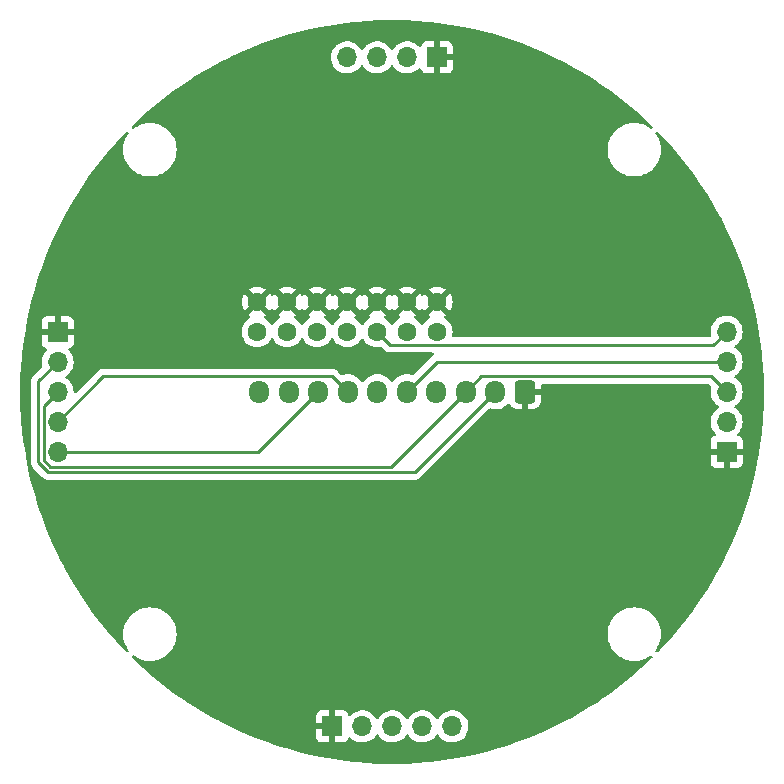
<source format=gbr>
%TF.GenerationSoftware,KiCad,Pcbnew,(6.0.5)*%
%TF.CreationDate,2022-10-17T22:48:29+09:00*%
%TF.ProjectId,line __,6c696e65-2071-4082-9e6b-696361645f70,rev?*%
%TF.SameCoordinates,Original*%
%TF.FileFunction,Copper,L2,Bot*%
%TF.FilePolarity,Positive*%
%FSLAX46Y46*%
G04 Gerber Fmt 4.6, Leading zero omitted, Abs format (unit mm)*
G04 Created by KiCad (PCBNEW (6.0.5)) date 2022-10-17 22:48:29*
%MOMM*%
%LPD*%
G01*
G04 APERTURE LIST*
G04 Aperture macros list*
%AMRoundRect*
0 Rectangle with rounded corners*
0 $1 Rounding radius*
0 $2 $3 $4 $5 $6 $7 $8 $9 X,Y pos of 4 corners*
0 Add a 4 corners polygon primitive as box body*
4,1,4,$2,$3,$4,$5,$6,$7,$8,$9,$2,$3,0*
0 Add four circle primitives for the rounded corners*
1,1,$1+$1,$2,$3*
1,1,$1+$1,$4,$5*
1,1,$1+$1,$6,$7*
1,1,$1+$1,$8,$9*
0 Add four rect primitives between the rounded corners*
20,1,$1+$1,$2,$3,$4,$5,0*
20,1,$1+$1,$4,$5,$6,$7,0*
20,1,$1+$1,$6,$7,$8,$9,0*
20,1,$1+$1,$8,$9,$2,$3,0*%
G04 Aperture macros list end*
%TA.AperFunction,ComponentPad*%
%ADD10R,1.700000X1.700000*%
%TD*%
%TA.AperFunction,ComponentPad*%
%ADD11O,1.700000X1.700000*%
%TD*%
%TA.AperFunction,ComponentPad*%
%ADD12RoundRect,0.250000X0.600000X0.725000X-0.600000X0.725000X-0.600000X-0.725000X0.600000X-0.725000X0*%
%TD*%
%TA.AperFunction,ComponentPad*%
%ADD13O,1.700000X1.950000*%
%TD*%
%TA.AperFunction,ComponentPad*%
%ADD14C,1.600000*%
%TD*%
%TA.AperFunction,ViaPad*%
%ADD15C,0.800000*%
%TD*%
%TA.AperFunction,Conductor*%
%ADD16C,0.250000*%
%TD*%
G04 APERTURE END LIST*
D10*
%TO.P,J4,1,Pin_1*%
%TO.N,GND*%
X117729000Y-96540000D03*
D11*
%TO.P,J4,2,Pin_2*%
%TO.N,+5V*%
X117729000Y-99080000D03*
%TO.P,J4,3,Pin_3*%
%TO.N,\u53EF\u5909*%
X117729000Y-101620000D03*
%TO.P,J4,4,Pin_4*%
%TO.N, Line Left 1*%
X117729000Y-104160000D03*
%TO.P,J4,5,Pin_5*%
%TO.N,Line Left 2*%
X117729000Y-106700000D03*
%TD*%
D10*
%TO.P,J2,1,Pin_1*%
%TO.N,GND*%
X174371000Y-106660000D03*
D11*
%TO.P,J2,2,Pin_2*%
%TO.N,+5V*%
X174371000Y-104120000D03*
%TO.P,J2,3,Pin_3*%
%TO.N,\u53EF\u5909*%
X174371000Y-101580000D03*
%TO.P,J2,4,Pin_4*%
%TO.N,Line Right 1*%
X174371000Y-99040000D03*
%TO.P,J2,5,Pin_5*%
%TO.N,Line Right 2*%
X174371000Y-96500000D03*
%TD*%
D10*
%TO.P,J1,1,Pin_1*%
%TO.N,GND*%
X149860000Y-73279000D03*
D11*
%TO.P,J1,2,Pin_2*%
%TO.N,+5V*%
X147320000Y-73279000D03*
%TO.P,J1,3,Pin_3*%
%TO.N,\u53EF\u5909*%
X144780000Y-73279000D03*
%TO.P,J1,4,Pin_4*%
%TO.N,Line Front*%
X142240000Y-73279000D03*
%TD*%
D10*
%TO.P,J5,1,Pin_1*%
%TO.N,GND*%
X140990000Y-129921000D03*
D11*
%TO.P,J5,2,Pin_2*%
%TO.N,+5V*%
X143530000Y-129921000D03*
%TO.P,J5,3,Pin_3*%
%TO.N,\u53EF\u5909*%
X146070000Y-129921000D03*
%TO.P,J5,4,Pin_4*%
%TO.N,Line Back 1*%
X148610000Y-129921000D03*
%TO.P,J5,5,Pin_5*%
%TO.N,Line Back 2*%
X151150000Y-129921000D03*
%TD*%
D12*
%TO.P,J3,1,Pin_1*%
%TO.N,GND*%
X157300000Y-101583000D03*
D13*
%TO.P,J3,2,Pin_2*%
%TO.N,+5V*%
X154800000Y-101583000D03*
%TO.P,J3,3,Pin_3*%
%TO.N,\u53EF\u5909*%
X152300000Y-101583000D03*
%TO.P,J3,4,Pin_4*%
%TO.N,Line Front*%
X149800000Y-101583000D03*
%TO.P,J3,5,Pin_5*%
%TO.N,Line Right 1*%
X147300000Y-101583000D03*
%TO.P,J3,6,Pin_6*%
%TO.N,Line Right 2*%
X144800000Y-101583000D03*
%TO.P,J3,7,Pin_7*%
%TO.N, Line Left 1*%
X142300000Y-101583000D03*
%TO.P,J3,8,Pin_8*%
%TO.N,Line Left 2*%
X139800000Y-101583000D03*
%TO.P,J3,9,Pin_9*%
%TO.N,Line Back 1*%
X137300000Y-101583000D03*
%TO.P,J3,10,Pin_10*%
%TO.N,Line Back 2*%
X134800000Y-101583000D03*
%TD*%
D14*
%TO.P,C6,1*%
%TO.N,Line Back 1*%
X137160000Y-96500000D03*
%TO.P,C6,2*%
%TO.N,GND*%
X137160000Y-94000000D03*
%TD*%
%TO.P,C3,1*%
%TO.N,Line Right 2*%
X144780000Y-96520000D03*
%TO.P,C3,2*%
%TO.N,GND*%
X144780000Y-94020000D03*
%TD*%
%TO.P,C2,1*%
%TO.N,Line Right 1*%
X147320000Y-96500000D03*
%TO.P,C2,2*%
%TO.N,GND*%
X147320000Y-94000000D03*
%TD*%
%TO.P,C7,1*%
%TO.N,Line Back 2*%
X134620000Y-96500000D03*
%TO.P,C7,2*%
%TO.N,GND*%
X134620000Y-94000000D03*
%TD*%
%TO.P,C4,1*%
%TO.N, Line Left 1*%
X142260000Y-96500000D03*
%TO.P,C4,2*%
%TO.N,GND*%
X142260000Y-94000000D03*
%TD*%
%TO.P,C5,1*%
%TO.N,Line Left 2*%
X139700000Y-96500000D03*
%TO.P,C5,2*%
%TO.N,GND*%
X139700000Y-94000000D03*
%TD*%
%TO.P,C1,1*%
%TO.N,Line Front*%
X149860000Y-96500000D03*
%TO.P,C1,2*%
%TO.N,GND*%
X149860000Y-94000000D03*
%TD*%
D15*
%TO.N,GND*%
X135890000Y-95250000D03*
X156210000Y-104775000D03*
X165100000Y-102235000D03*
X143510000Y-95250000D03*
X135890000Y-76835000D03*
X146685000Y-87630000D03*
X130175000Y-118110000D03*
X140970000Y-109855000D03*
X121285000Y-86995000D03*
X162560000Y-114935000D03*
X148590000Y-95250000D03*
X161925000Y-88900000D03*
X161925000Y-78740000D03*
X171450000Y-102235000D03*
X138430000Y-95250000D03*
X140970000Y-95250000D03*
X172085000Y-92075000D03*
X130810000Y-84455000D03*
X153670000Y-89535000D03*
X133350000Y-125730000D03*
X146050000Y-95250000D03*
X156845000Y-83820000D03*
X153670000Y-95885000D03*
X151765000Y-76200000D03*
X167640000Y-109855000D03*
X155575000Y-73025000D03*
X167640000Y-86995000D03*
X137795000Y-116205000D03*
X121285000Y-111760000D03*
X137160000Y-121285000D03*
X165100000Y-94615000D03*
X123825000Y-95885000D03*
X145415000Y-114300000D03*
X121920000Y-117475000D03*
X158115000Y-120015000D03*
X129540000Y-111760000D03*
X138430000Y-89535000D03*
X127635000Y-90805000D03*
X137795000Y-83185000D03*
X142875000Y-122555000D03*
X133350000Y-98425000D03*
X170180000Y-117475000D03*
X120015000Y-100330000D03*
X158115000Y-109855000D03*
X144145000Y-81915000D03*
X137795000Y-130175000D03*
X130175000Y-95885000D03*
X153670000Y-80010000D03*
X135890000Y-110490000D03*
X157480000Y-92710000D03*
X160020000Y-102235000D03*
X160020000Y-126365000D03*
%TD*%
D16*
%TO.N,+5V*%
X154800000Y-101583000D02*
X147983480Y-108399520D01*
X147983480Y-108399520D02*
X116939314Y-108399520D01*
X116939314Y-108399520D02*
X116104969Y-107565175D01*
X116104969Y-107565175D02*
X116104969Y-100704031D01*
X116104969Y-100704031D02*
X117729000Y-99080000D01*
%TO.N,\u53EF\u5909*%
X116554489Y-107378978D02*
X117125511Y-107950000D01*
X152300000Y-101583000D02*
X152324511Y-101607511D01*
X153599520Y-100283480D02*
X173074480Y-100283480D01*
X117729000Y-101620000D02*
X116554489Y-102794511D01*
X117125511Y-107950000D02*
X145933000Y-107950000D01*
X173074480Y-100283480D02*
X174371000Y-101580000D01*
X116554489Y-102794511D02*
X116554489Y-107378978D01*
X152300000Y-101583000D02*
X153599520Y-100283480D01*
X145933000Y-107950000D02*
X152300000Y-101583000D01*
%TO.N,Line Right 1*%
X174371000Y-99040000D02*
X149843000Y-99040000D01*
X149843000Y-99040000D02*
X147300000Y-101583000D01*
%TO.N,Line Right 2*%
X174371000Y-96500000D02*
X173246489Y-97624511D01*
X173246489Y-97624511D02*
X145884511Y-97624511D01*
X145884511Y-97624511D02*
X144780000Y-96520000D01*
%TO.N, Line Left 1*%
X141000480Y-100283480D02*
X121605520Y-100283480D01*
X121605520Y-100283480D02*
X117729000Y-104160000D01*
X142300000Y-101583000D02*
X141000480Y-100283480D01*
%TO.N,Line Left 2*%
X117729000Y-106700000D02*
X134683000Y-106700000D01*
X134683000Y-106700000D02*
X139800000Y-101583000D01*
%TD*%
%TA.AperFunction,Conductor*%
%TO.N,GND*%
G36*
X146882501Y-70123032D02*
G01*
X147146854Y-70127646D01*
X147151249Y-70127800D01*
X148244515Y-70185096D01*
X148248903Y-70185402D01*
X148903298Y-70242654D01*
X149339594Y-70280825D01*
X149343936Y-70281281D01*
X150430594Y-70414706D01*
X150434925Y-70415314D01*
X151516302Y-70586588D01*
X151520587Y-70587344D01*
X152595292Y-70796245D01*
X152599572Y-70797155D01*
X153437541Y-70990615D01*
X153666343Y-71043438D01*
X153670610Y-71044502D01*
X154728135Y-71327864D01*
X154732354Y-71329075D01*
X155779302Y-71649160D01*
X155783485Y-71650519D01*
X156818650Y-72006955D01*
X156822782Y-72008459D01*
X157844855Y-72400796D01*
X157848933Y-72402443D01*
X157954556Y-72447277D01*
X158856738Y-72830230D01*
X158860729Y-72832007D01*
X159853002Y-73294712D01*
X159856894Y-73296610D01*
X160622369Y-73686639D01*
X160832413Y-73793662D01*
X160836296Y-73795727D01*
X161793841Y-74326503D01*
X161797615Y-74328682D01*
X162736089Y-74892573D01*
X162739786Y-74894884D01*
X163198888Y-75193028D01*
X163657973Y-75491162D01*
X163661619Y-75493621D01*
X164558437Y-76121579D01*
X164561995Y-76124164D01*
X165436362Y-76783047D01*
X165439827Y-76785755D01*
X166290623Y-77474716D01*
X166293992Y-77477543D01*
X167120257Y-78195805D01*
X167123525Y-78198746D01*
X167882899Y-78906873D01*
X167924248Y-78945432D01*
X167927411Y-78948488D01*
X168063802Y-79084879D01*
X168097828Y-79147191D01*
X168092763Y-79218006D01*
X168050216Y-79274842D01*
X167983696Y-79299653D01*
X167914322Y-79284562D01*
X167904705Y-79278739D01*
X167691203Y-79136082D01*
X167687770Y-79133788D01*
X167684071Y-79131964D01*
X167684066Y-79131961D01*
X167445387Y-79014258D01*
X167422242Y-79002844D01*
X167262114Y-78948488D01*
X167145807Y-78909007D01*
X167145803Y-78909006D01*
X167141894Y-78907679D01*
X167137850Y-78906875D01*
X167137844Y-78906873D01*
X166855562Y-78850723D01*
X166855556Y-78850722D01*
X166851523Y-78849920D01*
X166847418Y-78849651D01*
X166847411Y-78849650D01*
X166560216Y-78830827D01*
X166556097Y-78830557D01*
X166551978Y-78830827D01*
X166264783Y-78849650D01*
X166264776Y-78849651D01*
X166260671Y-78849920D01*
X166256638Y-78850722D01*
X166256632Y-78850723D01*
X165974350Y-78906873D01*
X165974344Y-78906875D01*
X165970300Y-78907679D01*
X165966391Y-78909006D01*
X165966387Y-78909007D01*
X165850080Y-78948488D01*
X165689952Y-79002844D01*
X165666807Y-79014258D01*
X165428128Y-79131961D01*
X165428123Y-79131964D01*
X165424424Y-79133788D01*
X165420991Y-79136082D01*
X165181690Y-79295977D01*
X165181685Y-79295981D01*
X165178259Y-79298270D01*
X165175165Y-79300984D01*
X165175159Y-79300988D01*
X164958759Y-79490767D01*
X164955670Y-79493476D01*
X164952961Y-79496565D01*
X164763182Y-79712965D01*
X164763178Y-79712971D01*
X164760464Y-79716065D01*
X164758175Y-79719491D01*
X164758171Y-79719496D01*
X164755051Y-79724166D01*
X164595982Y-79962230D01*
X164465038Y-80227758D01*
X164369873Y-80508106D01*
X164312114Y-80798477D01*
X164292751Y-81093903D01*
X164293021Y-81098022D01*
X164310151Y-81359377D01*
X164312114Y-81389329D01*
X164369873Y-81679700D01*
X164465038Y-81960048D01*
X164466862Y-81963746D01*
X164590095Y-82213638D01*
X164595982Y-82225576D01*
X164760464Y-82471741D01*
X164763178Y-82474835D01*
X164763182Y-82474841D01*
X164952961Y-82691241D01*
X164955670Y-82694330D01*
X164958759Y-82697039D01*
X165175159Y-82886818D01*
X165175165Y-82886822D01*
X165178259Y-82889536D01*
X165181685Y-82891825D01*
X165181690Y-82891829D01*
X165365502Y-83014647D01*
X165424424Y-83054018D01*
X165428123Y-83055842D01*
X165428128Y-83055845D01*
X165564410Y-83123051D01*
X165689952Y-83184962D01*
X165693857Y-83186287D01*
X165693858Y-83186288D01*
X165966387Y-83278799D01*
X165966391Y-83278800D01*
X165970300Y-83280127D01*
X165974344Y-83280931D01*
X165974350Y-83280933D01*
X166256632Y-83337083D01*
X166256638Y-83337084D01*
X166260671Y-83337886D01*
X166264776Y-83338155D01*
X166264783Y-83338156D01*
X166551978Y-83356979D01*
X166556097Y-83357249D01*
X166560216Y-83356979D01*
X166847411Y-83338156D01*
X166847418Y-83338155D01*
X166851523Y-83337886D01*
X166855556Y-83337084D01*
X166855562Y-83337083D01*
X167137844Y-83280933D01*
X167137850Y-83280931D01*
X167141894Y-83280127D01*
X167145803Y-83278800D01*
X167145807Y-83278799D01*
X167418336Y-83186288D01*
X167418337Y-83186287D01*
X167422242Y-83184962D01*
X167547784Y-83123051D01*
X167684066Y-83055845D01*
X167684071Y-83055842D01*
X167687770Y-83054018D01*
X167746692Y-83014647D01*
X167930504Y-82891829D01*
X167930509Y-82891825D01*
X167933935Y-82889536D01*
X167937029Y-82886822D01*
X167937035Y-82886818D01*
X168153435Y-82697039D01*
X168156524Y-82694330D01*
X168159233Y-82691241D01*
X168349012Y-82474841D01*
X168349016Y-82474835D01*
X168351730Y-82471741D01*
X168516212Y-82225576D01*
X168522100Y-82213638D01*
X168645332Y-81963746D01*
X168647156Y-81960048D01*
X168742321Y-81679700D01*
X168800080Y-81389329D01*
X168802044Y-81359377D01*
X168819173Y-81098022D01*
X168819443Y-81093903D01*
X168800080Y-80798477D01*
X168742321Y-80508106D01*
X168647156Y-80227758D01*
X168516212Y-79962230D01*
X168371261Y-79745295D01*
X168350046Y-79677542D01*
X168368829Y-79609075D01*
X168421646Y-79561632D01*
X168491729Y-79550275D01*
X168556826Y-79578611D01*
X168565121Y-79586198D01*
X168701512Y-79722589D01*
X168704567Y-79725751D01*
X169172696Y-80227758D01*
X169451253Y-80526474D01*
X169454195Y-80529743D01*
X170172457Y-81356008D01*
X170175284Y-81359377D01*
X170864245Y-82210173D01*
X170866951Y-82213636D01*
X171501602Y-83055845D01*
X171525836Y-83088005D01*
X171528415Y-83091554D01*
X171594748Y-83186288D01*
X172156379Y-83988381D01*
X172158838Y-83992027D01*
X172755106Y-84910197D01*
X172757437Y-84913927D01*
X173321308Y-85852367D01*
X173323507Y-85856176D01*
X173854273Y-86813704D01*
X173856338Y-86817587D01*
X174353390Y-87793106D01*
X174355288Y-87796998D01*
X174817987Y-88789258D01*
X174819776Y-88793276D01*
X175247557Y-89801067D01*
X175249204Y-89805145D01*
X175641541Y-90827218D01*
X175643045Y-90831350D01*
X175999481Y-91866515D01*
X176000840Y-91870698D01*
X176309595Y-92880586D01*
X176320925Y-92917646D01*
X176322136Y-92921865D01*
X176471106Y-93477832D01*
X176605498Y-93979390D01*
X176606562Y-93983657D01*
X176779875Y-94734356D01*
X176852843Y-95050417D01*
X176853755Y-95054708D01*
X177051255Y-96070757D01*
X177062652Y-96129390D01*
X177063412Y-96133698D01*
X177231892Y-97197438D01*
X177234684Y-97215063D01*
X177235294Y-97219406D01*
X177365275Y-98278013D01*
X177368717Y-98306049D01*
X177369175Y-98310406D01*
X177407346Y-98746702D01*
X177464598Y-99401097D01*
X177464904Y-99405485D01*
X177522200Y-100498751D01*
X177522354Y-100503146D01*
X177525648Y-100691866D01*
X177541093Y-101576646D01*
X177541462Y-101597801D01*
X177541462Y-101602177D01*
X177535515Y-101942881D01*
X177522354Y-102696854D01*
X177522200Y-102701249D01*
X177464904Y-103794515D01*
X177464598Y-103798903D01*
X177432712Y-104163365D01*
X177371216Y-104866277D01*
X177369177Y-104889578D01*
X177368719Y-104893936D01*
X177261725Y-105765331D01*
X177235296Y-105980581D01*
X177234686Y-105984925D01*
X177084666Y-106932115D01*
X177063416Y-107066279D01*
X177062656Y-107070587D01*
X176853757Y-108145281D01*
X176852845Y-108149572D01*
X176671118Y-108936719D01*
X176606562Y-109216343D01*
X176605498Y-109220610D01*
X176322138Y-110278126D01*
X176320925Y-110282354D01*
X176000840Y-111329302D01*
X175999481Y-111333485D01*
X175643045Y-112368650D01*
X175641541Y-112372782D01*
X175249204Y-113394855D01*
X175247557Y-113398933D01*
X174819776Y-114406724D01*
X174817993Y-114410729D01*
X174355288Y-115403002D01*
X174353390Y-115406894D01*
X174126109Y-115852959D01*
X173856338Y-116382413D01*
X173854273Y-116386296D01*
X173323507Y-117343824D01*
X173321308Y-117347633D01*
X172757437Y-118286073D01*
X172755106Y-118289803D01*
X172158838Y-119207973D01*
X172156379Y-119211619D01*
X171593820Y-120015038D01*
X171528421Y-120108437D01*
X171525842Y-120111986D01*
X170944497Y-120883458D01*
X170866953Y-120986362D01*
X170864245Y-120989827D01*
X170175284Y-121840623D01*
X170172457Y-121843992D01*
X169454195Y-122670257D01*
X169451254Y-122673525D01*
X169169248Y-122975940D01*
X168704568Y-123474248D01*
X168701512Y-123477411D01*
X168565121Y-123613802D01*
X168502809Y-123647828D01*
X168431994Y-123642763D01*
X168375158Y-123600216D01*
X168350347Y-123533696D01*
X168365438Y-123464322D01*
X168371261Y-123454705D01*
X168513918Y-123241203D01*
X168516212Y-123237770D01*
X168647156Y-122972242D01*
X168742321Y-122691894D01*
X168800080Y-122401523D01*
X168819443Y-122106097D01*
X168802264Y-121843992D01*
X168800350Y-121814783D01*
X168800349Y-121814776D01*
X168800080Y-121810671D01*
X168742321Y-121520300D01*
X168647156Y-121239952D01*
X168522958Y-120988103D01*
X168518039Y-120978128D01*
X168518036Y-120978123D01*
X168516212Y-120974424D01*
X168351730Y-120728259D01*
X168349016Y-120725165D01*
X168349012Y-120725159D01*
X168159233Y-120508759D01*
X168156524Y-120505670D01*
X168153435Y-120502961D01*
X167937035Y-120313182D01*
X167937029Y-120313178D01*
X167933935Y-120310464D01*
X167930509Y-120308175D01*
X167930504Y-120308171D01*
X167691203Y-120148276D01*
X167687770Y-120145982D01*
X167684071Y-120144158D01*
X167684066Y-120144155D01*
X167547784Y-120076949D01*
X167422242Y-120015038D01*
X167418336Y-120013712D01*
X167145807Y-119921201D01*
X167145803Y-119921200D01*
X167141894Y-119919873D01*
X167137850Y-119919069D01*
X167137844Y-119919067D01*
X166855562Y-119862917D01*
X166855556Y-119862916D01*
X166851523Y-119862114D01*
X166847418Y-119861845D01*
X166847411Y-119861844D01*
X166560216Y-119843021D01*
X166556097Y-119842751D01*
X166551978Y-119843021D01*
X166264783Y-119861844D01*
X166264776Y-119861845D01*
X166260671Y-119862114D01*
X166256638Y-119862916D01*
X166256632Y-119862917D01*
X165974350Y-119919067D01*
X165974344Y-119919069D01*
X165970300Y-119919873D01*
X165966391Y-119921200D01*
X165966387Y-119921201D01*
X165693858Y-120013712D01*
X165689952Y-120015038D01*
X165564410Y-120076949D01*
X165428128Y-120144155D01*
X165428123Y-120144158D01*
X165424424Y-120145982D01*
X165420991Y-120148276D01*
X165181690Y-120308171D01*
X165181685Y-120308175D01*
X165178259Y-120310464D01*
X165175165Y-120313178D01*
X165175159Y-120313182D01*
X164958759Y-120502961D01*
X164955670Y-120505670D01*
X164952961Y-120508759D01*
X164763182Y-120725159D01*
X164763178Y-120725165D01*
X164760464Y-120728259D01*
X164595982Y-120974424D01*
X164594158Y-120978123D01*
X164594155Y-120978128D01*
X164589236Y-120988103D01*
X164465038Y-121239952D01*
X164369873Y-121520300D01*
X164312114Y-121810671D01*
X164311845Y-121814776D01*
X164311844Y-121814783D01*
X164309930Y-121843992D01*
X164292751Y-122106097D01*
X164312114Y-122401523D01*
X164369873Y-122691894D01*
X164465038Y-122972242D01*
X164595982Y-123237770D01*
X164598276Y-123241203D01*
X164756105Y-123477411D01*
X164760464Y-123483935D01*
X164763178Y-123487029D01*
X164763182Y-123487035D01*
X164899753Y-123642763D01*
X164955670Y-123706524D01*
X164958759Y-123709233D01*
X165175159Y-123899012D01*
X165175165Y-123899016D01*
X165178259Y-123901730D01*
X165181685Y-123904019D01*
X165181690Y-123904023D01*
X165365502Y-124026841D01*
X165424424Y-124066212D01*
X165428123Y-124068036D01*
X165428128Y-124068039D01*
X165564410Y-124135245D01*
X165689952Y-124197156D01*
X165693857Y-124198481D01*
X165693858Y-124198482D01*
X165966387Y-124290993D01*
X165966391Y-124290994D01*
X165970300Y-124292321D01*
X165974344Y-124293125D01*
X165974350Y-124293127D01*
X166256632Y-124349277D01*
X166256638Y-124349278D01*
X166260671Y-124350080D01*
X166264776Y-124350349D01*
X166264783Y-124350350D01*
X166551978Y-124369173D01*
X166556097Y-124369443D01*
X166560216Y-124369173D01*
X166847411Y-124350350D01*
X166847418Y-124350349D01*
X166851523Y-124350080D01*
X166855556Y-124349278D01*
X166855562Y-124349277D01*
X167137844Y-124293127D01*
X167137850Y-124293125D01*
X167141894Y-124292321D01*
X167145803Y-124290994D01*
X167145807Y-124290993D01*
X167418336Y-124198482D01*
X167418337Y-124198481D01*
X167422242Y-124197156D01*
X167547784Y-124135245D01*
X167684066Y-124068039D01*
X167684071Y-124068036D01*
X167687770Y-124066212D01*
X167829298Y-123971646D01*
X167904705Y-123921261D01*
X167972458Y-123900046D01*
X168040925Y-123918829D01*
X168088368Y-123971646D01*
X168099725Y-124041729D01*
X168071389Y-124106826D01*
X168063802Y-124115121D01*
X167927411Y-124251512D01*
X167924249Y-124254567D01*
X167822685Y-124349277D01*
X167123526Y-125001253D01*
X167120257Y-125004195D01*
X166293992Y-125722457D01*
X166290623Y-125725284D01*
X165439827Y-126414245D01*
X165436362Y-126416953D01*
X164561995Y-127075836D01*
X164558437Y-127078421D01*
X163661619Y-127706379D01*
X163657973Y-127708838D01*
X163357551Y-127903935D01*
X162739786Y-128305116D01*
X162736089Y-128307427D01*
X161797615Y-128871318D01*
X161793841Y-128873497D01*
X161253576Y-129172971D01*
X160836296Y-129404273D01*
X160832413Y-129406338D01*
X159856894Y-129903390D01*
X159853002Y-129905288D01*
X158860729Y-130367993D01*
X158856738Y-130369770D01*
X158388264Y-130568625D01*
X157848933Y-130797557D01*
X157844855Y-130799204D01*
X156822782Y-131191541D01*
X156818650Y-131193045D01*
X155783485Y-131549481D01*
X155779302Y-131550840D01*
X154732354Y-131870925D01*
X154728135Y-131872136D01*
X153995813Y-132068360D01*
X153670610Y-132155498D01*
X153666343Y-132156562D01*
X152599572Y-132402845D01*
X152595292Y-132403755D01*
X151520587Y-132612656D01*
X151516302Y-132613412D01*
X150434925Y-132784686D01*
X150430594Y-132785294D01*
X149343936Y-132918719D01*
X149339594Y-132919175D01*
X148903298Y-132957346D01*
X148248903Y-133014598D01*
X148244515Y-133014904D01*
X147151249Y-133072200D01*
X147146854Y-133072354D01*
X146882501Y-133076968D01*
X146052177Y-133091462D01*
X146047823Y-133091462D01*
X145217499Y-133076968D01*
X144953146Y-133072354D01*
X144948751Y-133072200D01*
X143855485Y-133014904D01*
X143851097Y-133014598D01*
X143196702Y-132957346D01*
X142760406Y-132919175D01*
X142756064Y-132918719D01*
X141669406Y-132785294D01*
X141665075Y-132784686D01*
X140583698Y-132613412D01*
X140579413Y-132612656D01*
X139504708Y-132403755D01*
X139500428Y-132402845D01*
X138433657Y-132156562D01*
X138429390Y-132155498D01*
X138104187Y-132068360D01*
X137371865Y-131872136D01*
X137367646Y-131870925D01*
X136320698Y-131550840D01*
X136316515Y-131549481D01*
X135281350Y-131193045D01*
X135277218Y-131191541D01*
X134298038Y-130815669D01*
X139632001Y-130815669D01*
X139632371Y-130822490D01*
X139637895Y-130873352D01*
X139641521Y-130888604D01*
X139686676Y-131009054D01*
X139695214Y-131024649D01*
X139771715Y-131126724D01*
X139784276Y-131139285D01*
X139886351Y-131215786D01*
X139901946Y-131224324D01*
X140022394Y-131269478D01*
X140037649Y-131273105D01*
X140088514Y-131278631D01*
X140095328Y-131279000D01*
X140717885Y-131279000D01*
X140733124Y-131274525D01*
X140734329Y-131273135D01*
X140736000Y-131265452D01*
X140736000Y-131260884D01*
X141244000Y-131260884D01*
X141248475Y-131276123D01*
X141249865Y-131277328D01*
X141257548Y-131278999D01*
X141884669Y-131278999D01*
X141891490Y-131278629D01*
X141942352Y-131273105D01*
X141957604Y-131269479D01*
X142078054Y-131224324D01*
X142093649Y-131215786D01*
X142195724Y-131139285D01*
X142208285Y-131126724D01*
X142284786Y-131024649D01*
X142293324Y-131009054D01*
X142334225Y-130899952D01*
X142376867Y-130843188D01*
X142443428Y-130818488D01*
X142512777Y-130833696D01*
X142547444Y-130861684D01*
X142572865Y-130891031D01*
X142572869Y-130891035D01*
X142576250Y-130894938D01*
X142748126Y-131037632D01*
X142941000Y-131150338D01*
X143149692Y-131230030D01*
X143154760Y-131231061D01*
X143154763Y-131231062D01*
X143262017Y-131252883D01*
X143368597Y-131274567D01*
X143373772Y-131274757D01*
X143373774Y-131274757D01*
X143586673Y-131282564D01*
X143586677Y-131282564D01*
X143591837Y-131282753D01*
X143596957Y-131282097D01*
X143596959Y-131282097D01*
X143808288Y-131255025D01*
X143808289Y-131255025D01*
X143813416Y-131254368D01*
X143818366Y-131252883D01*
X144022429Y-131191661D01*
X144022434Y-131191659D01*
X144027384Y-131190174D01*
X144227994Y-131091896D01*
X144409860Y-130962173D01*
X144568096Y-130804489D01*
X144698453Y-130623077D01*
X144699776Y-130624028D01*
X144746645Y-130580857D01*
X144816580Y-130568625D01*
X144882026Y-130596144D01*
X144909875Y-130627994D01*
X144969987Y-130726088D01*
X145116250Y-130894938D01*
X145288126Y-131037632D01*
X145481000Y-131150338D01*
X145689692Y-131230030D01*
X145694760Y-131231061D01*
X145694763Y-131231062D01*
X145802017Y-131252883D01*
X145908597Y-131274567D01*
X145913772Y-131274757D01*
X145913774Y-131274757D01*
X146126673Y-131282564D01*
X146126677Y-131282564D01*
X146131837Y-131282753D01*
X146136957Y-131282097D01*
X146136959Y-131282097D01*
X146348288Y-131255025D01*
X146348289Y-131255025D01*
X146353416Y-131254368D01*
X146358366Y-131252883D01*
X146562429Y-131191661D01*
X146562434Y-131191659D01*
X146567384Y-131190174D01*
X146767994Y-131091896D01*
X146949860Y-130962173D01*
X147108096Y-130804489D01*
X147238453Y-130623077D01*
X147239776Y-130624028D01*
X147286645Y-130580857D01*
X147356580Y-130568625D01*
X147422026Y-130596144D01*
X147449875Y-130627994D01*
X147509987Y-130726088D01*
X147656250Y-130894938D01*
X147828126Y-131037632D01*
X148021000Y-131150338D01*
X148229692Y-131230030D01*
X148234760Y-131231061D01*
X148234763Y-131231062D01*
X148342017Y-131252883D01*
X148448597Y-131274567D01*
X148453772Y-131274757D01*
X148453774Y-131274757D01*
X148666673Y-131282564D01*
X148666677Y-131282564D01*
X148671837Y-131282753D01*
X148676957Y-131282097D01*
X148676959Y-131282097D01*
X148888288Y-131255025D01*
X148888289Y-131255025D01*
X148893416Y-131254368D01*
X148898366Y-131252883D01*
X149102429Y-131191661D01*
X149102434Y-131191659D01*
X149107384Y-131190174D01*
X149307994Y-131091896D01*
X149489860Y-130962173D01*
X149648096Y-130804489D01*
X149778453Y-130623077D01*
X149779776Y-130624028D01*
X149826645Y-130580857D01*
X149896580Y-130568625D01*
X149962026Y-130596144D01*
X149989875Y-130627994D01*
X150049987Y-130726088D01*
X150196250Y-130894938D01*
X150368126Y-131037632D01*
X150561000Y-131150338D01*
X150769692Y-131230030D01*
X150774760Y-131231061D01*
X150774763Y-131231062D01*
X150882017Y-131252883D01*
X150988597Y-131274567D01*
X150993772Y-131274757D01*
X150993774Y-131274757D01*
X151206673Y-131282564D01*
X151206677Y-131282564D01*
X151211837Y-131282753D01*
X151216957Y-131282097D01*
X151216959Y-131282097D01*
X151428288Y-131255025D01*
X151428289Y-131255025D01*
X151433416Y-131254368D01*
X151438366Y-131252883D01*
X151642429Y-131191661D01*
X151642434Y-131191659D01*
X151647384Y-131190174D01*
X151847994Y-131091896D01*
X152029860Y-130962173D01*
X152188096Y-130804489D01*
X152318453Y-130623077D01*
X152339320Y-130580857D01*
X152415136Y-130427453D01*
X152415137Y-130427451D01*
X152417430Y-130422811D01*
X152482370Y-130209069D01*
X152511529Y-129987590D01*
X152513156Y-129921000D01*
X152494852Y-129698361D01*
X152440431Y-129481702D01*
X152351354Y-129276840D01*
X152230014Y-129089277D01*
X152079670Y-128924051D01*
X152075619Y-128920852D01*
X152075615Y-128920848D01*
X151908414Y-128788800D01*
X151908410Y-128788798D01*
X151904359Y-128785598D01*
X151708789Y-128677638D01*
X151703920Y-128675914D01*
X151703916Y-128675912D01*
X151503087Y-128604795D01*
X151503083Y-128604794D01*
X151498212Y-128603069D01*
X151493119Y-128602162D01*
X151493116Y-128602161D01*
X151283373Y-128564800D01*
X151283367Y-128564799D01*
X151278284Y-128563894D01*
X151204452Y-128562992D01*
X151060081Y-128561228D01*
X151060079Y-128561228D01*
X151054911Y-128561165D01*
X150834091Y-128594955D01*
X150621756Y-128664357D01*
X150423607Y-128767507D01*
X150419474Y-128770610D01*
X150419471Y-128770612D01*
X150283850Y-128872439D01*
X150244965Y-128901635D01*
X150090629Y-129063138D01*
X149983201Y-129220621D01*
X149928293Y-129265621D01*
X149857768Y-129273792D01*
X149794021Y-129242538D01*
X149773324Y-129218054D01*
X149692822Y-129093617D01*
X149692820Y-129093614D01*
X149690014Y-129089277D01*
X149539670Y-128924051D01*
X149535619Y-128920852D01*
X149535615Y-128920848D01*
X149368414Y-128788800D01*
X149368410Y-128788798D01*
X149364359Y-128785598D01*
X149168789Y-128677638D01*
X149163920Y-128675914D01*
X149163916Y-128675912D01*
X148963087Y-128604795D01*
X148963083Y-128604794D01*
X148958212Y-128603069D01*
X148953119Y-128602162D01*
X148953116Y-128602161D01*
X148743373Y-128564800D01*
X148743367Y-128564799D01*
X148738284Y-128563894D01*
X148664452Y-128562992D01*
X148520081Y-128561228D01*
X148520079Y-128561228D01*
X148514911Y-128561165D01*
X148294091Y-128594955D01*
X148081756Y-128664357D01*
X147883607Y-128767507D01*
X147879474Y-128770610D01*
X147879471Y-128770612D01*
X147743850Y-128872439D01*
X147704965Y-128901635D01*
X147550629Y-129063138D01*
X147443201Y-129220621D01*
X147388293Y-129265621D01*
X147317768Y-129273792D01*
X147254021Y-129242538D01*
X147233324Y-129218054D01*
X147152822Y-129093617D01*
X147152820Y-129093614D01*
X147150014Y-129089277D01*
X146999670Y-128924051D01*
X146995619Y-128920852D01*
X146995615Y-128920848D01*
X146828414Y-128788800D01*
X146828410Y-128788798D01*
X146824359Y-128785598D01*
X146628789Y-128677638D01*
X146623920Y-128675914D01*
X146623916Y-128675912D01*
X146423087Y-128604795D01*
X146423083Y-128604794D01*
X146418212Y-128603069D01*
X146413119Y-128602162D01*
X146413116Y-128602161D01*
X146203373Y-128564800D01*
X146203367Y-128564799D01*
X146198284Y-128563894D01*
X146124452Y-128562992D01*
X145980081Y-128561228D01*
X145980079Y-128561228D01*
X145974911Y-128561165D01*
X145754091Y-128594955D01*
X145541756Y-128664357D01*
X145343607Y-128767507D01*
X145339474Y-128770610D01*
X145339471Y-128770612D01*
X145203850Y-128872439D01*
X145164965Y-128901635D01*
X145010629Y-129063138D01*
X144903201Y-129220621D01*
X144848293Y-129265621D01*
X144777768Y-129273792D01*
X144714021Y-129242538D01*
X144693324Y-129218054D01*
X144612822Y-129093617D01*
X144612820Y-129093614D01*
X144610014Y-129089277D01*
X144459670Y-128924051D01*
X144455619Y-128920852D01*
X144455615Y-128920848D01*
X144288414Y-128788800D01*
X144288410Y-128788798D01*
X144284359Y-128785598D01*
X144088789Y-128677638D01*
X144083920Y-128675914D01*
X144083916Y-128675912D01*
X143883087Y-128604795D01*
X143883083Y-128604794D01*
X143878212Y-128603069D01*
X143873119Y-128602162D01*
X143873116Y-128602161D01*
X143663373Y-128564800D01*
X143663367Y-128564799D01*
X143658284Y-128563894D01*
X143584452Y-128562992D01*
X143440081Y-128561228D01*
X143440079Y-128561228D01*
X143434911Y-128561165D01*
X143214091Y-128594955D01*
X143001756Y-128664357D01*
X142803607Y-128767507D01*
X142799474Y-128770610D01*
X142799471Y-128770612D01*
X142663850Y-128872439D01*
X142624965Y-128901635D01*
X142621393Y-128905373D01*
X142543898Y-128986466D01*
X142482374Y-129021895D01*
X142411462Y-129018438D01*
X142353676Y-128977192D01*
X142334823Y-128943644D01*
X142293324Y-128832946D01*
X142284786Y-128817351D01*
X142208285Y-128715276D01*
X142195724Y-128702715D01*
X142093649Y-128626214D01*
X142078054Y-128617676D01*
X141957606Y-128572522D01*
X141942351Y-128568895D01*
X141891486Y-128563369D01*
X141884672Y-128563000D01*
X141262115Y-128563000D01*
X141246876Y-128567475D01*
X141245671Y-128568865D01*
X141244000Y-128576548D01*
X141244000Y-131260884D01*
X140736000Y-131260884D01*
X140736000Y-130193115D01*
X140731525Y-130177876D01*
X140730135Y-130176671D01*
X140722452Y-130175000D01*
X139650116Y-130175000D01*
X139634877Y-130179475D01*
X139633672Y-130180865D01*
X139632001Y-130188548D01*
X139632001Y-130815669D01*
X134298038Y-130815669D01*
X134255145Y-130799204D01*
X134251067Y-130797557D01*
X133711736Y-130568625D01*
X133243262Y-130369770D01*
X133239271Y-130367993D01*
X132246998Y-129905288D01*
X132243106Y-129903390D01*
X131743612Y-129648885D01*
X139632000Y-129648885D01*
X139636475Y-129664124D01*
X139637865Y-129665329D01*
X139645548Y-129667000D01*
X140717885Y-129667000D01*
X140733124Y-129662525D01*
X140734329Y-129661135D01*
X140736000Y-129653452D01*
X140736000Y-128581116D01*
X140731525Y-128565877D01*
X140730135Y-128564672D01*
X140722452Y-128563001D01*
X140095331Y-128563001D01*
X140088510Y-128563371D01*
X140037648Y-128568895D01*
X140022396Y-128572521D01*
X139901946Y-128617676D01*
X139886351Y-128626214D01*
X139784276Y-128702715D01*
X139771715Y-128715276D01*
X139695214Y-128817351D01*
X139686676Y-128832946D01*
X139641522Y-128953394D01*
X139637895Y-128968649D01*
X139632369Y-129019514D01*
X139632000Y-129026328D01*
X139632000Y-129648885D01*
X131743612Y-129648885D01*
X131267587Y-129406338D01*
X131263704Y-129404273D01*
X130846424Y-129172971D01*
X130306159Y-128873497D01*
X130302385Y-128871318D01*
X129363911Y-128307427D01*
X129360214Y-128305116D01*
X128742449Y-127903935D01*
X128442027Y-127708838D01*
X128438381Y-127706379D01*
X127541563Y-127078421D01*
X127538005Y-127075836D01*
X126663638Y-126416953D01*
X126660173Y-126414245D01*
X125809377Y-125725284D01*
X125806008Y-125722457D01*
X124979743Y-125004195D01*
X124976474Y-125001253D01*
X124277315Y-124349277D01*
X124175751Y-124254567D01*
X124172589Y-124251512D01*
X124036198Y-124115121D01*
X124002172Y-124052809D01*
X124007237Y-123981994D01*
X124049784Y-123925158D01*
X124116304Y-123900347D01*
X124185678Y-123915438D01*
X124195295Y-123921261D01*
X124270702Y-123971646D01*
X124412230Y-124066212D01*
X124415929Y-124068036D01*
X124415934Y-124068039D01*
X124552216Y-124135245D01*
X124677758Y-124197156D01*
X124681663Y-124198481D01*
X124681664Y-124198482D01*
X124954193Y-124290993D01*
X124954197Y-124290994D01*
X124958106Y-124292321D01*
X124962150Y-124293125D01*
X124962156Y-124293127D01*
X125244438Y-124349277D01*
X125244444Y-124349278D01*
X125248477Y-124350080D01*
X125252582Y-124350349D01*
X125252589Y-124350350D01*
X125539784Y-124369173D01*
X125543903Y-124369443D01*
X125548022Y-124369173D01*
X125835217Y-124350350D01*
X125835224Y-124350349D01*
X125839329Y-124350080D01*
X125843362Y-124349278D01*
X125843368Y-124349277D01*
X126125650Y-124293127D01*
X126125656Y-124293125D01*
X126129700Y-124292321D01*
X126133609Y-124290994D01*
X126133613Y-124290993D01*
X126406142Y-124198482D01*
X126406143Y-124198481D01*
X126410048Y-124197156D01*
X126535590Y-124135245D01*
X126671872Y-124068039D01*
X126671877Y-124068036D01*
X126675576Y-124066212D01*
X126734498Y-124026841D01*
X126918310Y-123904023D01*
X126918315Y-123904019D01*
X126921741Y-123901730D01*
X126924835Y-123899016D01*
X126924841Y-123899012D01*
X127141241Y-123709233D01*
X127144330Y-123706524D01*
X127200247Y-123642763D01*
X127336818Y-123487035D01*
X127336822Y-123487029D01*
X127339536Y-123483935D01*
X127343896Y-123477411D01*
X127501724Y-123241203D01*
X127504018Y-123237770D01*
X127634962Y-122972242D01*
X127730127Y-122691894D01*
X127787886Y-122401523D01*
X127807249Y-122106097D01*
X127790070Y-121843992D01*
X127788156Y-121814783D01*
X127788155Y-121814776D01*
X127787886Y-121810671D01*
X127730127Y-121520300D01*
X127634962Y-121239952D01*
X127510764Y-120988103D01*
X127505845Y-120978128D01*
X127505842Y-120978123D01*
X127504018Y-120974424D01*
X127339536Y-120728259D01*
X127336822Y-120725165D01*
X127336818Y-120725159D01*
X127147039Y-120508759D01*
X127144330Y-120505670D01*
X127141241Y-120502961D01*
X126924841Y-120313182D01*
X126924835Y-120313178D01*
X126921741Y-120310464D01*
X126918315Y-120308175D01*
X126918310Y-120308171D01*
X126679009Y-120148276D01*
X126675576Y-120145982D01*
X126671877Y-120144158D01*
X126671872Y-120144155D01*
X126535590Y-120076949D01*
X126410048Y-120015038D01*
X126406142Y-120013712D01*
X126133613Y-119921201D01*
X126133609Y-119921200D01*
X126129700Y-119919873D01*
X126125656Y-119919069D01*
X126125650Y-119919067D01*
X125843368Y-119862917D01*
X125843362Y-119862916D01*
X125839329Y-119862114D01*
X125835224Y-119861845D01*
X125835217Y-119861844D01*
X125548022Y-119843021D01*
X125543903Y-119842751D01*
X125539784Y-119843021D01*
X125252589Y-119861844D01*
X125252582Y-119861845D01*
X125248477Y-119862114D01*
X125244444Y-119862916D01*
X125244438Y-119862917D01*
X124962156Y-119919067D01*
X124962150Y-119919069D01*
X124958106Y-119919873D01*
X124954197Y-119921200D01*
X124954193Y-119921201D01*
X124681664Y-120013712D01*
X124677758Y-120015038D01*
X124552216Y-120076949D01*
X124415934Y-120144155D01*
X124415929Y-120144158D01*
X124412230Y-120145982D01*
X124408797Y-120148276D01*
X124169496Y-120308171D01*
X124169491Y-120308175D01*
X124166065Y-120310464D01*
X124162971Y-120313178D01*
X124162965Y-120313182D01*
X123946565Y-120502961D01*
X123943476Y-120505670D01*
X123940767Y-120508759D01*
X123750988Y-120725159D01*
X123750984Y-120725165D01*
X123748270Y-120728259D01*
X123583788Y-120974424D01*
X123581964Y-120978123D01*
X123581961Y-120978128D01*
X123577042Y-120988103D01*
X123452844Y-121239952D01*
X123357679Y-121520300D01*
X123299920Y-121810671D01*
X123299651Y-121814776D01*
X123299650Y-121814783D01*
X123297736Y-121843992D01*
X123280557Y-122106097D01*
X123299920Y-122401523D01*
X123357679Y-122691894D01*
X123452844Y-122972242D01*
X123583788Y-123237770D01*
X123586082Y-123241203D01*
X123728739Y-123454705D01*
X123749954Y-123522458D01*
X123731171Y-123590925D01*
X123678354Y-123638368D01*
X123608271Y-123649725D01*
X123543174Y-123621389D01*
X123534879Y-123613802D01*
X123398488Y-123477411D01*
X123395432Y-123474248D01*
X122930753Y-122975940D01*
X122648746Y-122673525D01*
X122645805Y-122670257D01*
X121927543Y-121843992D01*
X121924716Y-121840623D01*
X121235755Y-120989827D01*
X121233047Y-120986362D01*
X121155503Y-120883458D01*
X120574158Y-120111986D01*
X120571579Y-120108437D01*
X120506181Y-120015038D01*
X119943621Y-119211619D01*
X119941162Y-119207973D01*
X119344894Y-118289803D01*
X119342563Y-118286073D01*
X118778692Y-117347633D01*
X118776493Y-117343824D01*
X118245727Y-116386296D01*
X118243662Y-116382413D01*
X117973891Y-115852959D01*
X117746610Y-115406894D01*
X117744712Y-115403002D01*
X117282007Y-114410729D01*
X117280224Y-114406724D01*
X116852443Y-113398933D01*
X116850796Y-113394855D01*
X116458459Y-112372782D01*
X116456955Y-112368650D01*
X116100519Y-111333485D01*
X116099160Y-111329302D01*
X115779075Y-110282354D01*
X115777862Y-110278126D01*
X115494502Y-109220610D01*
X115493438Y-109216343D01*
X115428882Y-108936719D01*
X115247155Y-108149572D01*
X115246243Y-108145281D01*
X115037344Y-107070587D01*
X115036584Y-107066279D01*
X115015335Y-106932115D01*
X114865314Y-105984925D01*
X114864704Y-105980581D01*
X114838275Y-105765331D01*
X114731281Y-104893936D01*
X114730823Y-104889578D01*
X114728785Y-104866277D01*
X114667288Y-104163365D01*
X114635402Y-103798903D01*
X114635096Y-103794515D01*
X114577800Y-102701249D01*
X114577646Y-102696854D01*
X114564485Y-101942881D01*
X114558538Y-101602177D01*
X114558538Y-101597801D01*
X114558908Y-101576646D01*
X114574352Y-100691866D01*
X114574490Y-100683974D01*
X115466749Y-100683974D01*
X115467495Y-100691866D01*
X115470910Y-100727992D01*
X115471469Y-100739850D01*
X115471469Y-107486408D01*
X115470942Y-107497591D01*
X115469267Y-107505084D01*
X115469516Y-107513010D01*
X115469516Y-107513011D01*
X115471407Y-107573161D01*
X115471469Y-107577120D01*
X115471469Y-107605031D01*
X115471966Y-107608965D01*
X115471966Y-107608966D01*
X115471974Y-107609031D01*
X115472907Y-107620868D01*
X115474296Y-107665064D01*
X115479947Y-107684514D01*
X115483956Y-107703875D01*
X115486495Y-107723972D01*
X115489414Y-107731343D01*
X115489414Y-107731345D01*
X115502773Y-107765087D01*
X115506618Y-107776317D01*
X115518951Y-107818768D01*
X115522984Y-107825587D01*
X115522986Y-107825592D01*
X115529262Y-107836203D01*
X115537957Y-107853951D01*
X115545417Y-107872792D01*
X115550079Y-107879208D01*
X115550079Y-107879209D01*
X115571405Y-107908562D01*
X115577921Y-107918482D01*
X115600427Y-107956537D01*
X115614748Y-107970858D01*
X115627588Y-107985891D01*
X115639497Y-108002282D01*
X115645602Y-108007333D01*
X115645607Y-108007338D01*
X115673573Y-108030474D01*
X115682351Y-108038462D01*
X116435662Y-108791773D01*
X116443202Y-108800059D01*
X116447314Y-108806538D01*
X116453091Y-108811963D01*
X116496965Y-108853163D01*
X116499807Y-108855918D01*
X116519544Y-108875655D01*
X116522741Y-108878135D01*
X116531761Y-108885838D01*
X116563993Y-108916106D01*
X116570939Y-108919925D01*
X116570942Y-108919927D01*
X116581748Y-108925868D01*
X116598267Y-108936719D01*
X116614273Y-108949134D01*
X116621542Y-108952279D01*
X116621546Y-108952282D01*
X116654851Y-108966694D01*
X116665501Y-108971911D01*
X116704254Y-108993215D01*
X116711929Y-108995186D01*
X116711930Y-108995186D01*
X116723876Y-108998253D01*
X116742581Y-109004657D01*
X116761169Y-109012701D01*
X116768992Y-109013940D01*
X116769002Y-109013943D01*
X116804838Y-109019619D01*
X116816458Y-109022025D01*
X116848273Y-109030193D01*
X116859284Y-109033020D01*
X116879538Y-109033020D01*
X116899248Y-109034571D01*
X116919257Y-109037740D01*
X116927149Y-109036994D01*
X116945894Y-109035222D01*
X116963276Y-109033579D01*
X116975133Y-109033020D01*
X147904713Y-109033020D01*
X147915896Y-109033547D01*
X147923389Y-109035222D01*
X147931315Y-109034973D01*
X147931316Y-109034973D01*
X147991466Y-109033082D01*
X147995425Y-109033020D01*
X148023336Y-109033020D01*
X148027271Y-109032523D01*
X148027336Y-109032515D01*
X148039173Y-109031582D01*
X148071431Y-109030568D01*
X148075450Y-109030442D01*
X148083369Y-109030193D01*
X148102823Y-109024541D01*
X148122180Y-109020533D01*
X148134410Y-109018988D01*
X148134411Y-109018988D01*
X148142277Y-109017994D01*
X148149648Y-109015075D01*
X148149650Y-109015075D01*
X148183392Y-109001716D01*
X148194622Y-108997871D01*
X148229463Y-108987749D01*
X148229464Y-108987749D01*
X148237073Y-108985538D01*
X148243892Y-108981505D01*
X148243897Y-108981503D01*
X148254508Y-108975227D01*
X148272256Y-108966532D01*
X148291097Y-108959072D01*
X148326867Y-108933084D01*
X148336787Y-108926568D01*
X148368015Y-108908100D01*
X148368018Y-108908098D01*
X148374842Y-108904062D01*
X148389163Y-108889741D01*
X148404197Y-108876900D01*
X148414174Y-108869651D01*
X148420587Y-108864992D01*
X148448778Y-108830915D01*
X148456768Y-108822136D01*
X149724235Y-107554669D01*
X173013001Y-107554669D01*
X173013371Y-107561490D01*
X173018895Y-107612352D01*
X173022521Y-107627604D01*
X173067676Y-107748054D01*
X173076214Y-107763649D01*
X173152715Y-107865724D01*
X173165276Y-107878285D01*
X173267351Y-107954786D01*
X173282946Y-107963324D01*
X173403394Y-108008478D01*
X173418649Y-108012105D01*
X173469514Y-108017631D01*
X173476328Y-108018000D01*
X174098885Y-108018000D01*
X174114124Y-108013525D01*
X174115329Y-108012135D01*
X174117000Y-108004452D01*
X174117000Y-107999884D01*
X174625000Y-107999884D01*
X174629475Y-108015123D01*
X174630865Y-108016328D01*
X174638548Y-108017999D01*
X175265669Y-108017999D01*
X175272490Y-108017629D01*
X175323352Y-108012105D01*
X175338604Y-108008479D01*
X175459054Y-107963324D01*
X175474649Y-107954786D01*
X175576724Y-107878285D01*
X175589285Y-107865724D01*
X175665786Y-107763649D01*
X175674324Y-107748054D01*
X175719478Y-107627606D01*
X175723105Y-107612351D01*
X175728631Y-107561486D01*
X175729000Y-107554672D01*
X175729000Y-106932115D01*
X175724525Y-106916876D01*
X175723135Y-106915671D01*
X175715452Y-106914000D01*
X174643115Y-106914000D01*
X174627876Y-106918475D01*
X174626671Y-106919865D01*
X174625000Y-106927548D01*
X174625000Y-107999884D01*
X174117000Y-107999884D01*
X174117000Y-106932115D01*
X174112525Y-106916876D01*
X174111135Y-106915671D01*
X174103452Y-106914000D01*
X173031116Y-106914000D01*
X173015877Y-106918475D01*
X173014672Y-106919865D01*
X173013001Y-106927548D01*
X173013001Y-107554669D01*
X149724235Y-107554669D01*
X154248982Y-103029923D01*
X154311294Y-102995897D01*
X154375441Y-102998686D01*
X154507227Y-103039607D01*
X154512516Y-103040308D01*
X154730489Y-103069198D01*
X154730494Y-103069198D01*
X154735774Y-103069898D01*
X154741103Y-103069698D01*
X154741105Y-103069698D01*
X154850966Y-103065574D01*
X154966158Y-103061249D01*
X154971468Y-103060135D01*
X155186572Y-103015002D01*
X155191791Y-103013907D01*
X155196750Y-103011949D01*
X155196752Y-103011948D01*
X155401256Y-102931185D01*
X155401258Y-102931184D01*
X155406221Y-102929224D01*
X155435654Y-102911364D01*
X155598757Y-102812390D01*
X155598756Y-102812390D01*
X155603317Y-102809623D01*
X155689655Y-102734703D01*
X155773412Y-102662023D01*
X155773414Y-102662021D01*
X155777445Y-102658523D01*
X155807006Y-102622471D01*
X155865666Y-102582476D01*
X155936636Y-102580545D01*
X155997384Y-102617290D01*
X156011584Y-102636059D01*
X156098063Y-102775807D01*
X156107099Y-102787208D01*
X156221829Y-102901739D01*
X156233240Y-102910751D01*
X156371243Y-102995816D01*
X156384424Y-103001963D01*
X156538710Y-103053138D01*
X156552086Y-103056005D01*
X156646438Y-103065672D01*
X156652854Y-103066000D01*
X157027885Y-103066000D01*
X157043124Y-103061525D01*
X157044329Y-103060135D01*
X157046000Y-103052452D01*
X157046000Y-103047884D01*
X157554000Y-103047884D01*
X157558475Y-103063123D01*
X157559865Y-103064328D01*
X157567548Y-103065999D01*
X157947095Y-103065999D01*
X157953614Y-103065662D01*
X158049206Y-103055743D01*
X158062600Y-103052851D01*
X158216784Y-103001412D01*
X158229962Y-102995239D01*
X158367807Y-102909937D01*
X158379208Y-102900901D01*
X158493739Y-102786171D01*
X158502751Y-102774760D01*
X158587816Y-102636757D01*
X158593963Y-102623576D01*
X158645138Y-102469290D01*
X158648005Y-102455914D01*
X158657672Y-102361562D01*
X158658000Y-102355146D01*
X158658000Y-101855115D01*
X158653525Y-101839876D01*
X158652135Y-101838671D01*
X158644452Y-101837000D01*
X157572115Y-101837000D01*
X157556876Y-101841475D01*
X157555671Y-101842865D01*
X157554000Y-101850548D01*
X157554000Y-103047884D01*
X157046000Y-103047884D01*
X157046000Y-101455000D01*
X157066002Y-101386879D01*
X157119658Y-101340386D01*
X157172000Y-101329000D01*
X158639884Y-101329000D01*
X158655123Y-101324525D01*
X158656328Y-101323135D01*
X158657999Y-101315452D01*
X158657999Y-101042980D01*
X158678001Y-100974859D01*
X158731657Y-100928366D01*
X158783999Y-100916980D01*
X172759886Y-100916980D01*
X172828007Y-100936982D01*
X172848981Y-100953885D01*
X173020778Y-101125682D01*
X173054804Y-101187994D01*
X173053100Y-101248448D01*
X173031989Y-101324570D01*
X173031442Y-101329692D01*
X173031440Y-101329704D01*
X173027933Y-101362522D01*
X173008251Y-101546695D01*
X173008548Y-101551848D01*
X173008548Y-101551851D01*
X173014011Y-101646590D01*
X173021110Y-101769715D01*
X173022247Y-101774761D01*
X173022248Y-101774767D01*
X173037282Y-101841475D01*
X173070222Y-101987639D01*
X173154266Y-102194616D01*
X173156965Y-102199020D01*
X173259414Y-102366202D01*
X173270987Y-102385088D01*
X173417250Y-102553938D01*
X173589126Y-102696632D01*
X173650196Y-102732318D01*
X173662445Y-102739476D01*
X173711169Y-102791114D01*
X173724240Y-102860897D01*
X173697509Y-102926669D01*
X173657055Y-102960027D01*
X173644607Y-102966507D01*
X173640474Y-102969610D01*
X173640471Y-102969612D01*
X173470100Y-103097530D01*
X173465965Y-103100635D01*
X173311629Y-103262138D01*
X173185743Y-103446680D01*
X173091688Y-103649305D01*
X173031989Y-103864570D01*
X173008251Y-104086695D01*
X173008548Y-104091848D01*
X173008548Y-104091851D01*
X173014011Y-104186590D01*
X173021110Y-104309715D01*
X173022247Y-104314761D01*
X173022248Y-104314767D01*
X173042119Y-104402939D01*
X173070222Y-104527639D01*
X173154266Y-104734616D01*
X173156965Y-104739020D01*
X173249227Y-104889578D01*
X173270987Y-104925088D01*
X173417250Y-105093938D01*
X173421225Y-105097238D01*
X173421231Y-105097244D01*
X173426425Y-105101556D01*
X173466059Y-105160460D01*
X173467555Y-105231441D01*
X173430439Y-105291962D01*
X173390168Y-105316480D01*
X173282946Y-105356676D01*
X173267351Y-105365214D01*
X173165276Y-105441715D01*
X173152715Y-105454276D01*
X173076214Y-105556351D01*
X173067676Y-105571946D01*
X173022522Y-105692394D01*
X173018895Y-105707649D01*
X173013369Y-105758514D01*
X173013000Y-105765328D01*
X173013000Y-106387885D01*
X173017475Y-106403124D01*
X173018865Y-106404329D01*
X173026548Y-106406000D01*
X175710884Y-106406000D01*
X175726123Y-106401525D01*
X175727328Y-106400135D01*
X175728999Y-106392452D01*
X175728999Y-105765331D01*
X175728629Y-105758510D01*
X175723105Y-105707648D01*
X175719479Y-105692396D01*
X175674324Y-105571946D01*
X175665786Y-105556351D01*
X175589285Y-105454276D01*
X175576724Y-105441715D01*
X175474649Y-105365214D01*
X175459054Y-105356676D01*
X175348813Y-105315348D01*
X175292049Y-105272706D01*
X175267349Y-105206145D01*
X175282557Y-105136796D01*
X175304104Y-105108115D01*
X175405430Y-105007144D01*
X175405440Y-105007132D01*
X175409096Y-105003489D01*
X175468594Y-104920689D01*
X175536435Y-104826277D01*
X175539453Y-104822077D01*
X175621110Y-104656857D01*
X175636136Y-104626453D01*
X175636137Y-104626451D01*
X175638430Y-104621811D01*
X175703370Y-104408069D01*
X175732529Y-104186590D01*
X175732611Y-104183240D01*
X175734074Y-104123365D01*
X175734074Y-104123361D01*
X175734156Y-104120000D01*
X175715852Y-103897361D01*
X175661431Y-103680702D01*
X175572354Y-103475840D01*
X175451014Y-103288277D01*
X175300670Y-103123051D01*
X175296619Y-103119852D01*
X175296615Y-103119848D01*
X175129414Y-102987800D01*
X175129410Y-102987798D01*
X175125359Y-102984598D01*
X175084053Y-102961796D01*
X175034084Y-102911364D01*
X175019312Y-102841921D01*
X175044428Y-102775516D01*
X175071780Y-102748909D01*
X175138597Y-102701249D01*
X175250860Y-102621173D01*
X175289693Y-102582476D01*
X175392281Y-102480245D01*
X175409096Y-102463489D01*
X175468594Y-102380689D01*
X175536435Y-102286277D01*
X175539453Y-102282077D01*
X175596950Y-102165741D01*
X175636136Y-102086453D01*
X175636137Y-102086451D01*
X175638430Y-102081811D01*
X175703370Y-101868069D01*
X175732529Y-101646590D01*
X175733614Y-101602199D01*
X175734074Y-101583365D01*
X175734074Y-101583361D01*
X175734156Y-101580000D01*
X175715852Y-101357361D01*
X175661431Y-101140702D01*
X175572354Y-100935840D01*
X175474420Y-100784457D01*
X175453822Y-100752617D01*
X175453820Y-100752614D01*
X175451014Y-100748277D01*
X175300670Y-100583051D01*
X175296619Y-100579852D01*
X175296615Y-100579848D01*
X175129414Y-100447800D01*
X175129410Y-100447798D01*
X175125359Y-100444598D01*
X175084053Y-100421796D01*
X175034084Y-100371364D01*
X175019312Y-100301921D01*
X175044428Y-100235516D01*
X175071780Y-100208909D01*
X175130094Y-100167314D01*
X175250860Y-100081173D01*
X175409096Y-99923489D01*
X175432279Y-99891227D01*
X175536435Y-99746277D01*
X175539453Y-99742077D01*
X175556407Y-99707774D01*
X175636136Y-99546453D01*
X175636137Y-99546451D01*
X175638430Y-99541811D01*
X175703370Y-99328069D01*
X175732529Y-99106590D01*
X175732611Y-99103240D01*
X175734074Y-99043365D01*
X175734074Y-99043361D01*
X175734156Y-99040000D01*
X175715852Y-98817361D01*
X175661431Y-98600702D01*
X175572354Y-98395840D01*
X175483550Y-98258570D01*
X175453822Y-98212617D01*
X175453820Y-98212614D01*
X175451014Y-98208277D01*
X175300670Y-98043051D01*
X175296619Y-98039852D01*
X175296615Y-98039848D01*
X175129414Y-97907800D01*
X175129410Y-97907798D01*
X175125359Y-97904598D01*
X175084053Y-97881796D01*
X175034084Y-97831364D01*
X175019312Y-97761921D01*
X175044428Y-97695516D01*
X175071780Y-97668909D01*
X175129057Y-97628054D01*
X175250860Y-97541173D01*
X175262718Y-97529357D01*
X175405435Y-97387137D01*
X175409096Y-97383489D01*
X175420085Y-97368197D01*
X175536435Y-97206277D01*
X175539453Y-97202077D01*
X175554438Y-97171758D01*
X175636136Y-97006453D01*
X175636137Y-97006451D01*
X175638430Y-97001811D01*
X175688409Y-96837310D01*
X175701865Y-96793023D01*
X175701865Y-96793021D01*
X175703370Y-96788069D01*
X175732529Y-96566590D01*
X175734156Y-96500000D01*
X175715852Y-96277361D01*
X175661431Y-96060702D01*
X175572354Y-95855840D01*
X175532906Y-95794862D01*
X175453822Y-95672617D01*
X175453820Y-95672614D01*
X175451014Y-95668277D01*
X175300670Y-95503051D01*
X175296619Y-95499852D01*
X175296615Y-95499848D01*
X175129414Y-95367800D01*
X175129410Y-95367798D01*
X175125359Y-95364598D01*
X175114909Y-95358829D01*
X175047676Y-95321715D01*
X174929789Y-95256638D01*
X174924920Y-95254914D01*
X174924916Y-95254912D01*
X174724087Y-95183795D01*
X174724083Y-95183794D01*
X174719212Y-95182069D01*
X174714119Y-95181162D01*
X174714116Y-95181161D01*
X174504373Y-95143800D01*
X174504367Y-95143799D01*
X174499284Y-95142894D01*
X174425452Y-95141992D01*
X174281081Y-95140228D01*
X174281079Y-95140228D01*
X174275911Y-95140165D01*
X174055091Y-95173955D01*
X173842756Y-95243357D01*
X173644607Y-95346507D01*
X173640474Y-95349610D01*
X173640471Y-95349612D01*
X173504175Y-95451946D01*
X173465965Y-95480635D01*
X173311629Y-95642138D01*
X173308715Y-95646410D01*
X173308714Y-95646411D01*
X173285657Y-95680211D01*
X173185743Y-95826680D01*
X173091688Y-96029305D01*
X173031989Y-96244570D01*
X173008251Y-96466695D01*
X173008548Y-96471848D01*
X173008548Y-96471851D01*
X173014011Y-96566590D01*
X173021110Y-96689715D01*
X173022247Y-96694761D01*
X173022248Y-96694767D01*
X173054372Y-96837310D01*
X173049836Y-96908162D01*
X173007714Y-96965313D01*
X172941381Y-96990619D01*
X172931455Y-96991011D01*
X151247299Y-96991011D01*
X151179178Y-96971009D01*
X151132685Y-96917353D01*
X151122581Y-96847079D01*
X151125592Y-96832399D01*
X151130000Y-96815950D01*
X151153543Y-96728087D01*
X151173498Y-96500000D01*
X151153543Y-96271913D01*
X151147593Y-96249707D01*
X151095707Y-96056067D01*
X151095706Y-96056065D01*
X151094284Y-96050757D01*
X151049727Y-95955203D01*
X150999849Y-95848238D01*
X150999846Y-95848233D01*
X150997523Y-95843251D01*
X150880202Y-95675700D01*
X150869357Y-95660211D01*
X150869355Y-95660208D01*
X150866198Y-95655700D01*
X150704300Y-95493802D01*
X150699792Y-95490645D01*
X150699789Y-95490643D01*
X150521253Y-95365631D01*
X150516749Y-95362477D01*
X150511765Y-95360153D01*
X150509472Y-95358829D01*
X150460479Y-95307447D01*
X150447043Y-95237733D01*
X150473429Y-95171822D01*
X150509472Y-95140591D01*
X150521002Y-95133934D01*
X150573048Y-95097491D01*
X150581424Y-95087012D01*
X150574356Y-95073566D01*
X149872812Y-94372022D01*
X149858868Y-94364408D01*
X149857035Y-94364539D01*
X149850420Y-94368790D01*
X149144923Y-95074287D01*
X149138493Y-95086062D01*
X149147789Y-95098077D01*
X149198998Y-95133934D01*
X149210528Y-95140591D01*
X149259521Y-95191973D01*
X149272958Y-95261687D01*
X149246571Y-95327598D01*
X149210528Y-95358829D01*
X149208235Y-95360153D01*
X149203251Y-95362477D01*
X149198747Y-95365631D01*
X149020211Y-95490643D01*
X149020208Y-95490645D01*
X149015700Y-95493802D01*
X148853802Y-95655700D01*
X148850645Y-95660208D01*
X148850643Y-95660211D01*
X148839798Y-95675700D01*
X148722477Y-95843251D01*
X148720154Y-95848233D01*
X148720151Y-95848238D01*
X148704195Y-95882457D01*
X148657278Y-95935742D01*
X148589001Y-95955203D01*
X148521041Y-95934661D01*
X148475805Y-95882457D01*
X148459849Y-95848238D01*
X148459846Y-95848233D01*
X148457523Y-95843251D01*
X148340202Y-95675700D01*
X148329357Y-95660211D01*
X148329355Y-95660208D01*
X148326198Y-95655700D01*
X148164300Y-95493802D01*
X148159792Y-95490645D01*
X148159789Y-95490643D01*
X147981253Y-95365631D01*
X147976749Y-95362477D01*
X147971765Y-95360153D01*
X147969472Y-95358829D01*
X147920479Y-95307447D01*
X147907043Y-95237733D01*
X147933429Y-95171822D01*
X147969472Y-95140591D01*
X147981002Y-95133934D01*
X148033048Y-95097491D01*
X148041424Y-95087012D01*
X148034356Y-95073566D01*
X147332812Y-94372022D01*
X147318868Y-94364408D01*
X147317035Y-94364539D01*
X147310420Y-94368790D01*
X146604923Y-95074287D01*
X146598493Y-95086062D01*
X146607789Y-95098077D01*
X146658998Y-95133934D01*
X146670528Y-95140591D01*
X146719521Y-95191973D01*
X146732958Y-95261687D01*
X146706571Y-95327598D01*
X146670528Y-95358829D01*
X146668235Y-95360153D01*
X146663251Y-95362477D01*
X146658747Y-95365631D01*
X146480211Y-95490643D01*
X146480208Y-95490645D01*
X146475700Y-95493802D01*
X146313802Y-95655700D01*
X146310645Y-95660208D01*
X146310643Y-95660211D01*
X146299798Y-95675700D01*
X146182477Y-95843251D01*
X146180154Y-95848233D01*
X146180151Y-95848238D01*
X146159532Y-95892457D01*
X146112615Y-95945742D01*
X146044338Y-95965203D01*
X145976378Y-95944661D01*
X145931142Y-95892457D01*
X145919849Y-95868238D01*
X145919846Y-95868233D01*
X145917523Y-95863251D01*
X145786198Y-95675700D01*
X145624300Y-95513802D01*
X145619792Y-95510645D01*
X145619789Y-95510643D01*
X145441253Y-95385631D01*
X145436749Y-95382477D01*
X145431765Y-95380153D01*
X145429472Y-95378829D01*
X145380479Y-95327447D01*
X145367043Y-95257733D01*
X145393429Y-95191822D01*
X145429472Y-95160591D01*
X145441002Y-95153934D01*
X145493048Y-95117491D01*
X145501424Y-95107012D01*
X145494356Y-95093566D01*
X144792812Y-94392022D01*
X144778868Y-94384408D01*
X144777035Y-94384539D01*
X144770420Y-94388790D01*
X144064923Y-95094287D01*
X144058493Y-95106062D01*
X144067789Y-95118077D01*
X144118998Y-95153934D01*
X144130528Y-95160591D01*
X144179521Y-95211973D01*
X144192958Y-95281687D01*
X144166571Y-95347598D01*
X144130528Y-95378829D01*
X144128235Y-95380153D01*
X144123251Y-95382477D01*
X144118747Y-95385631D01*
X143940211Y-95510643D01*
X143940208Y-95510645D01*
X143935700Y-95513802D01*
X143773802Y-95675700D01*
X143642477Y-95863251D01*
X143640154Y-95868233D01*
X143640151Y-95868238D01*
X143638858Y-95871012D01*
X143637963Y-95872028D01*
X143637401Y-95873002D01*
X143637205Y-95872889D01*
X143591941Y-95924297D01*
X143523664Y-95943758D01*
X143455704Y-95923216D01*
X143410468Y-95871011D01*
X143399851Y-95848242D01*
X143399847Y-95848236D01*
X143397523Y-95843251D01*
X143280202Y-95675700D01*
X143269357Y-95660211D01*
X143269355Y-95660208D01*
X143266198Y-95655700D01*
X143104300Y-95493802D01*
X143099792Y-95490645D01*
X143099789Y-95490643D01*
X142921253Y-95365631D01*
X142916749Y-95362477D01*
X142911765Y-95360153D01*
X142909472Y-95358829D01*
X142860479Y-95307447D01*
X142847043Y-95237733D01*
X142873429Y-95171822D01*
X142909472Y-95140591D01*
X142921002Y-95133934D01*
X142973048Y-95097491D01*
X142981424Y-95087012D01*
X142974356Y-95073566D01*
X142272812Y-94372022D01*
X142258868Y-94364408D01*
X142257035Y-94364539D01*
X142250420Y-94368790D01*
X141544923Y-95074287D01*
X141538493Y-95086062D01*
X141547789Y-95098077D01*
X141598998Y-95133934D01*
X141610528Y-95140591D01*
X141659521Y-95191973D01*
X141672958Y-95261687D01*
X141646571Y-95327598D01*
X141610528Y-95358829D01*
X141608235Y-95360153D01*
X141603251Y-95362477D01*
X141598747Y-95365631D01*
X141420211Y-95490643D01*
X141420208Y-95490645D01*
X141415700Y-95493802D01*
X141253802Y-95655700D01*
X141250645Y-95660208D01*
X141250643Y-95660211D01*
X141239798Y-95675700D01*
X141122477Y-95843251D01*
X141120154Y-95848233D01*
X141120151Y-95848238D01*
X141094195Y-95903902D01*
X141047278Y-95957187D01*
X140979000Y-95976648D01*
X140911041Y-95956106D01*
X140865805Y-95903902D01*
X140839849Y-95848238D01*
X140839846Y-95848233D01*
X140837523Y-95843251D01*
X140720202Y-95675700D01*
X140709357Y-95660211D01*
X140709355Y-95660208D01*
X140706198Y-95655700D01*
X140544300Y-95493802D01*
X140539792Y-95490645D01*
X140539789Y-95490643D01*
X140361253Y-95365631D01*
X140356749Y-95362477D01*
X140351765Y-95360153D01*
X140349472Y-95358829D01*
X140300479Y-95307447D01*
X140287043Y-95237733D01*
X140313429Y-95171822D01*
X140349472Y-95140591D01*
X140361002Y-95133934D01*
X140413048Y-95097491D01*
X140421424Y-95087012D01*
X140414356Y-95073566D01*
X139712812Y-94372022D01*
X139698868Y-94364408D01*
X139697035Y-94364539D01*
X139690420Y-94368790D01*
X138984923Y-95074287D01*
X138978493Y-95086062D01*
X138987789Y-95098077D01*
X139038998Y-95133934D01*
X139050528Y-95140591D01*
X139099521Y-95191973D01*
X139112958Y-95261687D01*
X139086571Y-95327598D01*
X139050528Y-95358829D01*
X139048235Y-95360153D01*
X139043251Y-95362477D01*
X139038747Y-95365631D01*
X138860211Y-95490643D01*
X138860208Y-95490645D01*
X138855700Y-95493802D01*
X138693802Y-95655700D01*
X138690645Y-95660208D01*
X138690643Y-95660211D01*
X138679798Y-95675700D01*
X138562477Y-95843251D01*
X138560154Y-95848233D01*
X138560151Y-95848238D01*
X138544195Y-95882457D01*
X138497278Y-95935742D01*
X138429001Y-95955203D01*
X138361041Y-95934661D01*
X138315805Y-95882457D01*
X138299849Y-95848238D01*
X138299846Y-95848233D01*
X138297523Y-95843251D01*
X138180202Y-95675700D01*
X138169357Y-95660211D01*
X138169355Y-95660208D01*
X138166198Y-95655700D01*
X138004300Y-95493802D01*
X137999792Y-95490645D01*
X137999789Y-95490643D01*
X137821253Y-95365631D01*
X137816749Y-95362477D01*
X137811765Y-95360153D01*
X137809472Y-95358829D01*
X137760479Y-95307447D01*
X137747043Y-95237733D01*
X137773429Y-95171822D01*
X137809472Y-95140591D01*
X137821002Y-95133934D01*
X137873048Y-95097491D01*
X137881424Y-95087012D01*
X137874356Y-95073566D01*
X137172812Y-94372022D01*
X137158868Y-94364408D01*
X137157035Y-94364539D01*
X137150420Y-94368790D01*
X136444923Y-95074287D01*
X136438493Y-95086062D01*
X136447789Y-95098077D01*
X136498998Y-95133934D01*
X136510528Y-95140591D01*
X136559521Y-95191973D01*
X136572958Y-95261687D01*
X136546571Y-95327598D01*
X136510528Y-95358829D01*
X136508235Y-95360153D01*
X136503251Y-95362477D01*
X136498747Y-95365631D01*
X136320211Y-95490643D01*
X136320208Y-95490645D01*
X136315700Y-95493802D01*
X136153802Y-95655700D01*
X136150645Y-95660208D01*
X136150643Y-95660211D01*
X136139798Y-95675700D01*
X136022477Y-95843251D01*
X136020154Y-95848233D01*
X136020151Y-95848238D01*
X136004195Y-95882457D01*
X135957278Y-95935742D01*
X135889001Y-95955203D01*
X135821041Y-95934661D01*
X135775805Y-95882457D01*
X135759849Y-95848238D01*
X135759846Y-95848233D01*
X135757523Y-95843251D01*
X135640202Y-95675700D01*
X135629357Y-95660211D01*
X135629355Y-95660208D01*
X135626198Y-95655700D01*
X135464300Y-95493802D01*
X135459792Y-95490645D01*
X135459789Y-95490643D01*
X135281253Y-95365631D01*
X135276749Y-95362477D01*
X135271765Y-95360153D01*
X135269472Y-95358829D01*
X135220479Y-95307447D01*
X135207043Y-95237733D01*
X135233429Y-95171822D01*
X135269472Y-95140591D01*
X135281002Y-95133934D01*
X135333048Y-95097491D01*
X135341424Y-95087012D01*
X135334356Y-95073566D01*
X134632812Y-94372022D01*
X134618868Y-94364408D01*
X134617035Y-94364539D01*
X134610420Y-94368790D01*
X133904923Y-95074287D01*
X133898493Y-95086062D01*
X133907789Y-95098077D01*
X133958998Y-95133934D01*
X133970528Y-95140591D01*
X134019521Y-95191973D01*
X134032958Y-95261687D01*
X134006571Y-95327598D01*
X133970528Y-95358829D01*
X133968235Y-95360153D01*
X133963251Y-95362477D01*
X133958747Y-95365631D01*
X133780211Y-95490643D01*
X133780208Y-95490645D01*
X133775700Y-95493802D01*
X133613802Y-95655700D01*
X133610645Y-95660208D01*
X133610643Y-95660211D01*
X133599798Y-95675700D01*
X133482477Y-95843251D01*
X133480154Y-95848233D01*
X133480151Y-95848238D01*
X133430273Y-95955203D01*
X133385716Y-96050757D01*
X133384294Y-96056065D01*
X133384293Y-96056067D01*
X133332407Y-96249707D01*
X133326457Y-96271913D01*
X133306502Y-96500000D01*
X133326457Y-96728087D01*
X133327880Y-96733399D01*
X133327881Y-96733402D01*
X133354408Y-96832399D01*
X133385716Y-96949243D01*
X133388039Y-96954224D01*
X133388039Y-96954225D01*
X133480151Y-97151762D01*
X133480154Y-97151767D01*
X133482477Y-97156749D01*
X133613802Y-97344300D01*
X133775700Y-97506198D01*
X133780208Y-97509355D01*
X133780211Y-97509357D01*
X133798697Y-97522301D01*
X133963251Y-97637523D01*
X133968233Y-97639846D01*
X133968238Y-97639849D01*
X134146331Y-97722894D01*
X134170757Y-97734284D01*
X134176065Y-97735706D01*
X134176067Y-97735707D01*
X134386598Y-97792119D01*
X134386600Y-97792119D01*
X134391913Y-97793543D01*
X134620000Y-97813498D01*
X134848087Y-97793543D01*
X134853400Y-97792119D01*
X134853402Y-97792119D01*
X135063933Y-97735707D01*
X135063935Y-97735706D01*
X135069243Y-97734284D01*
X135093669Y-97722894D01*
X135271762Y-97639849D01*
X135271767Y-97639846D01*
X135276749Y-97637523D01*
X135441303Y-97522301D01*
X135459789Y-97509357D01*
X135459792Y-97509355D01*
X135464300Y-97506198D01*
X135626198Y-97344300D01*
X135757523Y-97156749D01*
X135759846Y-97151767D01*
X135759849Y-97151762D01*
X135775805Y-97117543D01*
X135822722Y-97064258D01*
X135890999Y-97044797D01*
X135958959Y-97065339D01*
X136004195Y-97117543D01*
X136020151Y-97151762D01*
X136020154Y-97151767D01*
X136022477Y-97156749D01*
X136153802Y-97344300D01*
X136315700Y-97506198D01*
X136320208Y-97509355D01*
X136320211Y-97509357D01*
X136338697Y-97522301D01*
X136503251Y-97637523D01*
X136508233Y-97639846D01*
X136508238Y-97639849D01*
X136686331Y-97722894D01*
X136710757Y-97734284D01*
X136716065Y-97735706D01*
X136716067Y-97735707D01*
X136926598Y-97792119D01*
X136926600Y-97792119D01*
X136931913Y-97793543D01*
X137160000Y-97813498D01*
X137388087Y-97793543D01*
X137393400Y-97792119D01*
X137393402Y-97792119D01*
X137603933Y-97735707D01*
X137603935Y-97735706D01*
X137609243Y-97734284D01*
X137633669Y-97722894D01*
X137811762Y-97639849D01*
X137811767Y-97639846D01*
X137816749Y-97637523D01*
X137981303Y-97522301D01*
X137999789Y-97509357D01*
X137999792Y-97509355D01*
X138004300Y-97506198D01*
X138166198Y-97344300D01*
X138297523Y-97156749D01*
X138299846Y-97151767D01*
X138299849Y-97151762D01*
X138315805Y-97117543D01*
X138362722Y-97064258D01*
X138430999Y-97044797D01*
X138498959Y-97065339D01*
X138544195Y-97117543D01*
X138560151Y-97151762D01*
X138560154Y-97151767D01*
X138562477Y-97156749D01*
X138693802Y-97344300D01*
X138855700Y-97506198D01*
X138860208Y-97509355D01*
X138860211Y-97509357D01*
X138878697Y-97522301D01*
X139043251Y-97637523D01*
X139048233Y-97639846D01*
X139048238Y-97639849D01*
X139226331Y-97722894D01*
X139250757Y-97734284D01*
X139256065Y-97735706D01*
X139256067Y-97735707D01*
X139466598Y-97792119D01*
X139466600Y-97792119D01*
X139471913Y-97793543D01*
X139700000Y-97813498D01*
X139928087Y-97793543D01*
X139933400Y-97792119D01*
X139933402Y-97792119D01*
X140143933Y-97735707D01*
X140143935Y-97735706D01*
X140149243Y-97734284D01*
X140173669Y-97722894D01*
X140351762Y-97639849D01*
X140351767Y-97639846D01*
X140356749Y-97637523D01*
X140521303Y-97522301D01*
X140539789Y-97509357D01*
X140539792Y-97509355D01*
X140544300Y-97506198D01*
X140706198Y-97344300D01*
X140837523Y-97156749D01*
X140839846Y-97151767D01*
X140839849Y-97151762D01*
X140865805Y-97096098D01*
X140912722Y-97042813D01*
X140981000Y-97023352D01*
X141048959Y-97043894D01*
X141094195Y-97096098D01*
X141120151Y-97151762D01*
X141120154Y-97151767D01*
X141122477Y-97156749D01*
X141253802Y-97344300D01*
X141415700Y-97506198D01*
X141420208Y-97509355D01*
X141420211Y-97509357D01*
X141438697Y-97522301D01*
X141603251Y-97637523D01*
X141608233Y-97639846D01*
X141608238Y-97639849D01*
X141786331Y-97722894D01*
X141810757Y-97734284D01*
X141816065Y-97735706D01*
X141816067Y-97735707D01*
X142026598Y-97792119D01*
X142026600Y-97792119D01*
X142031913Y-97793543D01*
X142260000Y-97813498D01*
X142488087Y-97793543D01*
X142493400Y-97792119D01*
X142493402Y-97792119D01*
X142703933Y-97735707D01*
X142703935Y-97735706D01*
X142709243Y-97734284D01*
X142733669Y-97722894D01*
X142911762Y-97639849D01*
X142911767Y-97639846D01*
X142916749Y-97637523D01*
X143081303Y-97522301D01*
X143099789Y-97509357D01*
X143099792Y-97509355D01*
X143104300Y-97506198D01*
X143266198Y-97344300D01*
X143397523Y-97156749D01*
X143399846Y-97151767D01*
X143399849Y-97151762D01*
X143401142Y-97148988D01*
X143402037Y-97147972D01*
X143402599Y-97146998D01*
X143402795Y-97147111D01*
X143448059Y-97095703D01*
X143516336Y-97076242D01*
X143584296Y-97096784D01*
X143629532Y-97148989D01*
X143640149Y-97171758D01*
X143640153Y-97171764D01*
X143642477Y-97176749D01*
X143645634Y-97181257D01*
X143762527Y-97348197D01*
X143773802Y-97364300D01*
X143935700Y-97526198D01*
X143940208Y-97529355D01*
X143940211Y-97529357D01*
X143951882Y-97537529D01*
X144123251Y-97657523D01*
X144128233Y-97659846D01*
X144128238Y-97659849D01*
X144290918Y-97735707D01*
X144330757Y-97754284D01*
X144336065Y-97755706D01*
X144336067Y-97755707D01*
X144546598Y-97812119D01*
X144546600Y-97812119D01*
X144551913Y-97813543D01*
X144780000Y-97833498D01*
X145008087Y-97813543D01*
X145013398Y-97812120D01*
X145013409Y-97812118D01*
X145071541Y-97796541D01*
X145142517Y-97798230D01*
X145193248Y-97829152D01*
X145380854Y-98016758D01*
X145388398Y-98025048D01*
X145392511Y-98031529D01*
X145398288Y-98036954D01*
X145442178Y-98078169D01*
X145445020Y-98080924D01*
X145464741Y-98100645D01*
X145467936Y-98103123D01*
X145476958Y-98110829D01*
X145509190Y-98141097D01*
X145516139Y-98144917D01*
X145526943Y-98150857D01*
X145543467Y-98161710D01*
X145559470Y-98174124D01*
X145600054Y-98191687D01*
X145610684Y-98196894D01*
X145649451Y-98218206D01*
X145657128Y-98220177D01*
X145657133Y-98220179D01*
X145669069Y-98223243D01*
X145687777Y-98229648D01*
X145706366Y-98237692D01*
X145714191Y-98238931D01*
X145714193Y-98238932D01*
X145750030Y-98244608D01*
X145761651Y-98247015D01*
X145796800Y-98256039D01*
X145804481Y-98258011D01*
X145824742Y-98258011D01*
X145844451Y-98259562D01*
X145864454Y-98262730D01*
X145872346Y-98261984D01*
X145877573Y-98261490D01*
X145908465Y-98258570D01*
X145920322Y-98258011D01*
X149453753Y-98258011D01*
X149521874Y-98278013D01*
X149568367Y-98331669D01*
X149578471Y-98401943D01*
X149548977Y-98466523D01*
X149527813Y-98485948D01*
X149499613Y-98506436D01*
X149489693Y-98512952D01*
X149458465Y-98531420D01*
X149458462Y-98531422D01*
X149451638Y-98535458D01*
X149437317Y-98549779D01*
X149422284Y-98562619D01*
X149405893Y-98574528D01*
X149400842Y-98580634D01*
X149377702Y-98608605D01*
X149369712Y-98617384D01*
X147851019Y-100136077D01*
X147788707Y-100170103D01*
X147724559Y-100167314D01*
X147597871Y-100127976D01*
X147592773Y-100126393D01*
X147553388Y-100121173D01*
X147369511Y-100096802D01*
X147369506Y-100096802D01*
X147364226Y-100096102D01*
X147358897Y-100096302D01*
X147358895Y-100096302D01*
X147249034Y-100100427D01*
X147133842Y-100104751D01*
X146908209Y-100152093D01*
X146903250Y-100154051D01*
X146903248Y-100154052D01*
X146698744Y-100234815D01*
X146698742Y-100234816D01*
X146693779Y-100236776D01*
X146689220Y-100239543D01*
X146689217Y-100239544D01*
X146585581Y-100302432D01*
X146496683Y-100356377D01*
X146492653Y-100359874D01*
X146332611Y-100498751D01*
X146322555Y-100507477D01*
X146319168Y-100511608D01*
X146179760Y-100681627D01*
X146179756Y-100681633D01*
X146176376Y-100685755D01*
X146158448Y-100717250D01*
X146107368Y-100766555D01*
X146037738Y-100780417D01*
X145971667Y-100754434D01*
X145944427Y-100725284D01*
X145915035Y-100681627D01*
X145862559Y-100603681D01*
X145841090Y-100581175D01*
X145741374Y-100476647D01*
X145703424Y-100436865D01*
X145518458Y-100299246D01*
X145513707Y-100296830D01*
X145513703Y-100296828D01*
X145358281Y-100217808D01*
X145312949Y-100194760D01*
X145307855Y-100193178D01*
X145307852Y-100193177D01*
X145097871Y-100127976D01*
X145092773Y-100126393D01*
X145053388Y-100121173D01*
X144869511Y-100096802D01*
X144869506Y-100096802D01*
X144864226Y-100096102D01*
X144858897Y-100096302D01*
X144858895Y-100096302D01*
X144749034Y-100100427D01*
X144633842Y-100104751D01*
X144408209Y-100152093D01*
X144403250Y-100154051D01*
X144403248Y-100154052D01*
X144198744Y-100234815D01*
X144198742Y-100234816D01*
X144193779Y-100236776D01*
X144189220Y-100239543D01*
X144189217Y-100239544D01*
X144085581Y-100302432D01*
X143996683Y-100356377D01*
X143992653Y-100359874D01*
X143832611Y-100498751D01*
X143822555Y-100507477D01*
X143819168Y-100511608D01*
X143679760Y-100681627D01*
X143679756Y-100681633D01*
X143676376Y-100685755D01*
X143658448Y-100717250D01*
X143607368Y-100766555D01*
X143537738Y-100780417D01*
X143471667Y-100754434D01*
X143444427Y-100725284D01*
X143415035Y-100681627D01*
X143362559Y-100603681D01*
X143341090Y-100581175D01*
X143241374Y-100476647D01*
X143203424Y-100436865D01*
X143018458Y-100299246D01*
X143013707Y-100296830D01*
X143013703Y-100296828D01*
X142858281Y-100217808D01*
X142812949Y-100194760D01*
X142807855Y-100193178D01*
X142807852Y-100193177D01*
X142597871Y-100127976D01*
X142592773Y-100126393D01*
X142553388Y-100121173D01*
X142369511Y-100096802D01*
X142369506Y-100096802D01*
X142364226Y-100096102D01*
X142358897Y-100096302D01*
X142358895Y-100096302D01*
X142249034Y-100100427D01*
X142133842Y-100104751D01*
X141908209Y-100152093D01*
X141882452Y-100162265D01*
X141811747Y-100168685D01*
X141747074Y-100134169D01*
X141504132Y-99891227D01*
X141496592Y-99882941D01*
X141492480Y-99876462D01*
X141442828Y-99829836D01*
X141439987Y-99827082D01*
X141420250Y-99807345D01*
X141417053Y-99804865D01*
X141408031Y-99797160D01*
X141391969Y-99782077D01*
X141375801Y-99766894D01*
X141368855Y-99763075D01*
X141368852Y-99763073D01*
X141358046Y-99757132D01*
X141341527Y-99746281D01*
X141336107Y-99742077D01*
X141325521Y-99733866D01*
X141318252Y-99730721D01*
X141318248Y-99730718D01*
X141284943Y-99716306D01*
X141274293Y-99711089D01*
X141235540Y-99689785D01*
X141215917Y-99684747D01*
X141197214Y-99678343D01*
X141185900Y-99673447D01*
X141185899Y-99673447D01*
X141178625Y-99670299D01*
X141170802Y-99669060D01*
X141170792Y-99669057D01*
X141134956Y-99663381D01*
X141123336Y-99660975D01*
X141088191Y-99651952D01*
X141088190Y-99651952D01*
X141080510Y-99649980D01*
X141060256Y-99649980D01*
X141040545Y-99648429D01*
X141028366Y-99646500D01*
X141020537Y-99645260D01*
X140991266Y-99648027D01*
X140976519Y-99649421D01*
X140964661Y-99649980D01*
X121684287Y-99649980D01*
X121673104Y-99649453D01*
X121665611Y-99647778D01*
X121657685Y-99648027D01*
X121657684Y-99648027D01*
X121597534Y-99649918D01*
X121593575Y-99649980D01*
X121565664Y-99649980D01*
X121561730Y-99650477D01*
X121561729Y-99650477D01*
X121561664Y-99650485D01*
X121549827Y-99651418D01*
X121518010Y-99652418D01*
X121513549Y-99652558D01*
X121505630Y-99652807D01*
X121487974Y-99657936D01*
X121486178Y-99658458D01*
X121466826Y-99662466D01*
X121459755Y-99663360D01*
X121446723Y-99665006D01*
X121439354Y-99667923D01*
X121439352Y-99667924D01*
X121405617Y-99681280D01*
X121394389Y-99685125D01*
X121351927Y-99697462D01*
X121345105Y-99701496D01*
X121345099Y-99701499D01*
X121334488Y-99707774D01*
X121316738Y-99716470D01*
X121305276Y-99721008D01*
X121305271Y-99721011D01*
X121297903Y-99723928D01*
X121280490Y-99736579D01*
X121262145Y-99749907D01*
X121252227Y-99756423D01*
X121240983Y-99763073D01*
X121214157Y-99778938D01*
X121199833Y-99793262D01*
X121184801Y-99806101D01*
X121168413Y-99818008D01*
X121140232Y-99852073D01*
X121132242Y-99860853D01*
X119305877Y-101687218D01*
X119243565Y-101721244D01*
X119172750Y-101716179D01*
X119115914Y-101673632D01*
X119091206Y-101608447D01*
X119073852Y-101397361D01*
X119019431Y-101180702D01*
X118930354Y-100975840D01*
X118809014Y-100788277D01*
X118658670Y-100623051D01*
X118654619Y-100619852D01*
X118654615Y-100619848D01*
X118487414Y-100487800D01*
X118487410Y-100487798D01*
X118483359Y-100484598D01*
X118442053Y-100461796D01*
X118392084Y-100411364D01*
X118377312Y-100341921D01*
X118402428Y-100275516D01*
X118429780Y-100248909D01*
X118489061Y-100206624D01*
X118608860Y-100121173D01*
X118625340Y-100104751D01*
X118763435Y-99967137D01*
X118767096Y-99963489D01*
X118793218Y-99927137D01*
X118894435Y-99786277D01*
X118897453Y-99782077D01*
X118906846Y-99763073D01*
X118994136Y-99586453D01*
X118994137Y-99586451D01*
X118996430Y-99581811D01*
X119061370Y-99368069D01*
X119090529Y-99146590D01*
X119091425Y-99109908D01*
X119092074Y-99083365D01*
X119092074Y-99083361D01*
X119092156Y-99080000D01*
X119073852Y-98857361D01*
X119019431Y-98640702D01*
X118930354Y-98435840D01*
X118862963Y-98331669D01*
X118811822Y-98252617D01*
X118811820Y-98252614D01*
X118809014Y-98248277D01*
X118805540Y-98244459D01*
X118805533Y-98244450D01*
X118661435Y-98086088D01*
X118630383Y-98022242D01*
X118638779Y-97951744D01*
X118683956Y-97896976D01*
X118710400Y-97883307D01*
X118817052Y-97843325D01*
X118832649Y-97834786D01*
X118934724Y-97758285D01*
X118947285Y-97745724D01*
X119023786Y-97643649D01*
X119032324Y-97628054D01*
X119077478Y-97507606D01*
X119081105Y-97492351D01*
X119086631Y-97441486D01*
X119087000Y-97434672D01*
X119087000Y-96812115D01*
X119082525Y-96796876D01*
X119081135Y-96795671D01*
X119073452Y-96794000D01*
X116389116Y-96794000D01*
X116373877Y-96798475D01*
X116372672Y-96799865D01*
X116371001Y-96807548D01*
X116371001Y-97434669D01*
X116371371Y-97441490D01*
X116376895Y-97492352D01*
X116380521Y-97507604D01*
X116425676Y-97628054D01*
X116434214Y-97643649D01*
X116510715Y-97745724D01*
X116523276Y-97758285D01*
X116625351Y-97834786D01*
X116640946Y-97843324D01*
X116749827Y-97884142D01*
X116806591Y-97926784D01*
X116831291Y-97993345D01*
X116816083Y-98062694D01*
X116796691Y-98089175D01*
X116673200Y-98218401D01*
X116669629Y-98222138D01*
X116666715Y-98226410D01*
X116666714Y-98226411D01*
X116659019Y-98237692D01*
X116543743Y-98406680D01*
X116528282Y-98439989D01*
X116462997Y-98580634D01*
X116449688Y-98609305D01*
X116389989Y-98824570D01*
X116366251Y-99046695D01*
X116366548Y-99051848D01*
X116366548Y-99051851D01*
X116372011Y-99146590D01*
X116379110Y-99269715D01*
X116380247Y-99274761D01*
X116380248Y-99274767D01*
X116412453Y-99417668D01*
X116407917Y-99488520D01*
X116378631Y-99534464D01*
X115712716Y-100200379D01*
X115704430Y-100207919D01*
X115697951Y-100212031D01*
X115692526Y-100217808D01*
X115651326Y-100261682D01*
X115648571Y-100264524D01*
X115628834Y-100284261D01*
X115626354Y-100287458D01*
X115618651Y-100296478D01*
X115588383Y-100328710D01*
X115584564Y-100335656D01*
X115584562Y-100335659D01*
X115578621Y-100346465D01*
X115567770Y-100362984D01*
X115555355Y-100378990D01*
X115552210Y-100386259D01*
X115552207Y-100386263D01*
X115537795Y-100419568D01*
X115532578Y-100430218D01*
X115511274Y-100468971D01*
X115509303Y-100476646D01*
X115509303Y-100476647D01*
X115506236Y-100488593D01*
X115499832Y-100507297D01*
X115497967Y-100511608D01*
X115491788Y-100525886D01*
X115490549Y-100533709D01*
X115490546Y-100533719D01*
X115484870Y-100569555D01*
X115482464Y-100581175D01*
X115481002Y-100586870D01*
X115471469Y-100624001D01*
X115471469Y-100644255D01*
X115469918Y-100663965D01*
X115466749Y-100683974D01*
X114574490Y-100683974D01*
X114577646Y-100503146D01*
X114577800Y-100498751D01*
X114635096Y-99405485D01*
X114635402Y-99401097D01*
X114692654Y-98746702D01*
X114730825Y-98310406D01*
X114731283Y-98306049D01*
X114734726Y-98278013D01*
X114864706Y-97219406D01*
X114865316Y-97215063D01*
X114868108Y-97197438D01*
X115015335Y-96267885D01*
X116371000Y-96267885D01*
X116375475Y-96283124D01*
X116376865Y-96284329D01*
X116384548Y-96286000D01*
X117456885Y-96286000D01*
X117472124Y-96281525D01*
X117473329Y-96280135D01*
X117475000Y-96272452D01*
X117475000Y-96267885D01*
X117983000Y-96267885D01*
X117987475Y-96283124D01*
X117988865Y-96284329D01*
X117996548Y-96286000D01*
X119068884Y-96286000D01*
X119084123Y-96281525D01*
X119085328Y-96280135D01*
X119086999Y-96272452D01*
X119086999Y-95645331D01*
X119086629Y-95638510D01*
X119081105Y-95587648D01*
X119077479Y-95572396D01*
X119032324Y-95451946D01*
X119023786Y-95436351D01*
X118947285Y-95334276D01*
X118934724Y-95321715D01*
X118832649Y-95245214D01*
X118817054Y-95236676D01*
X118696606Y-95191522D01*
X118681351Y-95187895D01*
X118630486Y-95182369D01*
X118623672Y-95182000D01*
X118001115Y-95182000D01*
X117985876Y-95186475D01*
X117984671Y-95187865D01*
X117983000Y-95195548D01*
X117983000Y-96267885D01*
X117475000Y-96267885D01*
X117475000Y-95200116D01*
X117470525Y-95184877D01*
X117469135Y-95183672D01*
X117461452Y-95182001D01*
X116834331Y-95182001D01*
X116827510Y-95182371D01*
X116776648Y-95187895D01*
X116761396Y-95191521D01*
X116640946Y-95236676D01*
X116625351Y-95245214D01*
X116523276Y-95321715D01*
X116510715Y-95334276D01*
X116434214Y-95436351D01*
X116425676Y-95451946D01*
X116380522Y-95572394D01*
X116376895Y-95587649D01*
X116371369Y-95638514D01*
X116371000Y-95645328D01*
X116371000Y-96267885D01*
X115015335Y-96267885D01*
X115036588Y-96133698D01*
X115037348Y-96129390D01*
X115048746Y-96070757D01*
X115246245Y-95054708D01*
X115247157Y-95050417D01*
X115320126Y-94734356D01*
X115488401Y-94005475D01*
X133307483Y-94005475D01*
X133326472Y-94222519D01*
X133328375Y-94233312D01*
X133384764Y-94443761D01*
X133388510Y-94454053D01*
X133480586Y-94651511D01*
X133486069Y-94661006D01*
X133522509Y-94713048D01*
X133532988Y-94721424D01*
X133546434Y-94714356D01*
X134247978Y-94012812D01*
X134254356Y-94001132D01*
X134984408Y-94001132D01*
X134984539Y-94002965D01*
X134988790Y-94009580D01*
X135694287Y-94715077D01*
X135706062Y-94721507D01*
X135718077Y-94712211D01*
X135753931Y-94661006D01*
X135759414Y-94651511D01*
X135775805Y-94616359D01*
X135822722Y-94563074D01*
X135890999Y-94543613D01*
X135958959Y-94564155D01*
X136004195Y-94616359D01*
X136020586Y-94651511D01*
X136026069Y-94661006D01*
X136062509Y-94713048D01*
X136072988Y-94721424D01*
X136086434Y-94714356D01*
X136787978Y-94012812D01*
X136794356Y-94001132D01*
X137524408Y-94001132D01*
X137524539Y-94002965D01*
X137528790Y-94009580D01*
X138234287Y-94715077D01*
X138246062Y-94721507D01*
X138258077Y-94712211D01*
X138293931Y-94661006D01*
X138299414Y-94651511D01*
X138315805Y-94616359D01*
X138362722Y-94563074D01*
X138430999Y-94543613D01*
X138498959Y-94564155D01*
X138544195Y-94616359D01*
X138560586Y-94651511D01*
X138566069Y-94661006D01*
X138602509Y-94713048D01*
X138612988Y-94721424D01*
X138626434Y-94714356D01*
X139327978Y-94012812D01*
X139334356Y-94001132D01*
X140064408Y-94001132D01*
X140064539Y-94002965D01*
X140068790Y-94009580D01*
X140774287Y-94715077D01*
X140786062Y-94721507D01*
X140798077Y-94712211D01*
X140833931Y-94661006D01*
X140839414Y-94651511D01*
X140865805Y-94594914D01*
X140912722Y-94541629D01*
X140980999Y-94522168D01*
X141048959Y-94542710D01*
X141094195Y-94594914D01*
X141120586Y-94651511D01*
X141126069Y-94661006D01*
X141162509Y-94713048D01*
X141172988Y-94721424D01*
X141186434Y-94714356D01*
X141887978Y-94012812D01*
X141894356Y-94001132D01*
X142624408Y-94001132D01*
X142624539Y-94002965D01*
X142628790Y-94009580D01*
X143334287Y-94715077D01*
X143346062Y-94721507D01*
X143358077Y-94712211D01*
X143393931Y-94661006D01*
X143399416Y-94651507D01*
X143401142Y-94647805D01*
X143448059Y-94594519D01*
X143516336Y-94575058D01*
X143584296Y-94595599D01*
X143629532Y-94647805D01*
X143640584Y-94671507D01*
X143646069Y-94681006D01*
X143682509Y-94733048D01*
X143692988Y-94741424D01*
X143706434Y-94734356D01*
X144407978Y-94032812D01*
X144414356Y-94021132D01*
X145144408Y-94021132D01*
X145144539Y-94022965D01*
X145148790Y-94029580D01*
X145854287Y-94735077D01*
X145866062Y-94741507D01*
X145878077Y-94732211D01*
X145913931Y-94681006D01*
X145919413Y-94671511D01*
X145940468Y-94626359D01*
X145987385Y-94573074D01*
X146055662Y-94553613D01*
X146123622Y-94574155D01*
X146168858Y-94626359D01*
X146180586Y-94651511D01*
X146186069Y-94661006D01*
X146222509Y-94713048D01*
X146232988Y-94721424D01*
X146246434Y-94714356D01*
X146947978Y-94012812D01*
X146954356Y-94001132D01*
X147684408Y-94001132D01*
X147684539Y-94002965D01*
X147688790Y-94009580D01*
X148394287Y-94715077D01*
X148406062Y-94721507D01*
X148418077Y-94712211D01*
X148453931Y-94661006D01*
X148459414Y-94651511D01*
X148475805Y-94616359D01*
X148522722Y-94563074D01*
X148590999Y-94543613D01*
X148658959Y-94564155D01*
X148704195Y-94616359D01*
X148720586Y-94651511D01*
X148726069Y-94661006D01*
X148762509Y-94713048D01*
X148772988Y-94721424D01*
X148786434Y-94714356D01*
X149487978Y-94012812D01*
X149494356Y-94001132D01*
X150224408Y-94001132D01*
X150224539Y-94002965D01*
X150228790Y-94009580D01*
X150934287Y-94715077D01*
X150946062Y-94721507D01*
X150958077Y-94712211D01*
X150993931Y-94661006D01*
X150999414Y-94651511D01*
X151091490Y-94454053D01*
X151095236Y-94443761D01*
X151151625Y-94233312D01*
X151153528Y-94222519D01*
X151172517Y-94005475D01*
X151172517Y-93994525D01*
X151153528Y-93777481D01*
X151151625Y-93766688D01*
X151095236Y-93556239D01*
X151091490Y-93545947D01*
X150999414Y-93348489D01*
X150993931Y-93338994D01*
X150957491Y-93286952D01*
X150947012Y-93278576D01*
X150933566Y-93285644D01*
X150232022Y-93987188D01*
X150224408Y-94001132D01*
X149494356Y-94001132D01*
X149495592Y-93998868D01*
X149495461Y-93997035D01*
X149491210Y-93990420D01*
X148785713Y-93284923D01*
X148773938Y-93278493D01*
X148761923Y-93287789D01*
X148726069Y-93338994D01*
X148720586Y-93348489D01*
X148704195Y-93383641D01*
X148657278Y-93436926D01*
X148589001Y-93456387D01*
X148521041Y-93435845D01*
X148475805Y-93383641D01*
X148459414Y-93348489D01*
X148453931Y-93338994D01*
X148417491Y-93286952D01*
X148407012Y-93278576D01*
X148393566Y-93285644D01*
X147692022Y-93987188D01*
X147684408Y-94001132D01*
X146954356Y-94001132D01*
X146955592Y-93998868D01*
X146955461Y-93997035D01*
X146951210Y-93990420D01*
X146245713Y-93284923D01*
X146233938Y-93278493D01*
X146221923Y-93287789D01*
X146186069Y-93338994D01*
X146180587Y-93348489D01*
X146159532Y-93393641D01*
X146112615Y-93446926D01*
X146044338Y-93466387D01*
X145976378Y-93445845D01*
X145931142Y-93393641D01*
X145919414Y-93368489D01*
X145913931Y-93358994D01*
X145877491Y-93306952D01*
X145867012Y-93298576D01*
X145853566Y-93305644D01*
X145152022Y-94007188D01*
X145144408Y-94021132D01*
X144414356Y-94021132D01*
X144415592Y-94018868D01*
X144415461Y-94017035D01*
X144411210Y-94010420D01*
X143705713Y-93304923D01*
X143693938Y-93298493D01*
X143681923Y-93307789D01*
X143646069Y-93358994D01*
X143640584Y-93368493D01*
X143638858Y-93372195D01*
X143591941Y-93425481D01*
X143523664Y-93444942D01*
X143455704Y-93424401D01*
X143410468Y-93372195D01*
X143399416Y-93348493D01*
X143393931Y-93338994D01*
X143357491Y-93286952D01*
X143347012Y-93278576D01*
X143333566Y-93285644D01*
X142632022Y-93987188D01*
X142624408Y-94001132D01*
X141894356Y-94001132D01*
X141895592Y-93998868D01*
X141895461Y-93997035D01*
X141891210Y-93990420D01*
X141185713Y-93284923D01*
X141173938Y-93278493D01*
X141161923Y-93287789D01*
X141126069Y-93338994D01*
X141120586Y-93348489D01*
X141094195Y-93405086D01*
X141047278Y-93458371D01*
X140979001Y-93477832D01*
X140911041Y-93457290D01*
X140865805Y-93405086D01*
X140839414Y-93348489D01*
X140833931Y-93338994D01*
X140797491Y-93286952D01*
X140787012Y-93278576D01*
X140773566Y-93285644D01*
X140072022Y-93987188D01*
X140064408Y-94001132D01*
X139334356Y-94001132D01*
X139335592Y-93998868D01*
X139335461Y-93997035D01*
X139331210Y-93990420D01*
X138625713Y-93284923D01*
X138613938Y-93278493D01*
X138601923Y-93287789D01*
X138566069Y-93338994D01*
X138560586Y-93348489D01*
X138544195Y-93383641D01*
X138497278Y-93436926D01*
X138429001Y-93456387D01*
X138361041Y-93435845D01*
X138315805Y-93383641D01*
X138299414Y-93348489D01*
X138293931Y-93338994D01*
X138257491Y-93286952D01*
X138247012Y-93278576D01*
X138233566Y-93285644D01*
X137532022Y-93987188D01*
X137524408Y-94001132D01*
X136794356Y-94001132D01*
X136795592Y-93998868D01*
X136795461Y-93997035D01*
X136791210Y-93990420D01*
X136085713Y-93284923D01*
X136073938Y-93278493D01*
X136061923Y-93287789D01*
X136026069Y-93338994D01*
X136020586Y-93348489D01*
X136004195Y-93383641D01*
X135957278Y-93436926D01*
X135889001Y-93456387D01*
X135821041Y-93435845D01*
X135775805Y-93383641D01*
X135759414Y-93348489D01*
X135753931Y-93338994D01*
X135717491Y-93286952D01*
X135707012Y-93278576D01*
X135693566Y-93285644D01*
X134992022Y-93987188D01*
X134984408Y-94001132D01*
X134254356Y-94001132D01*
X134255592Y-93998868D01*
X134255461Y-93997035D01*
X134251210Y-93990420D01*
X133545713Y-93284923D01*
X133533938Y-93278493D01*
X133521923Y-93287789D01*
X133486069Y-93338994D01*
X133480586Y-93348489D01*
X133388510Y-93545947D01*
X133384764Y-93556239D01*
X133328375Y-93766688D01*
X133326472Y-93777481D01*
X133307483Y-93994525D01*
X133307483Y-94005475D01*
X115488401Y-94005475D01*
X115493438Y-93983657D01*
X115494502Y-93979390D01*
X115628894Y-93477832D01*
X115777864Y-92921865D01*
X115779075Y-92917646D01*
X115780499Y-92912988D01*
X133898576Y-92912988D01*
X133905644Y-92926434D01*
X134607188Y-93627978D01*
X134621132Y-93635592D01*
X134622965Y-93635461D01*
X134629580Y-93631210D01*
X135335077Y-92925713D01*
X135341507Y-92913938D01*
X135340772Y-92912988D01*
X136438576Y-92912988D01*
X136445644Y-92926434D01*
X137147188Y-93627978D01*
X137161132Y-93635592D01*
X137162965Y-93635461D01*
X137169580Y-93631210D01*
X137875077Y-92925713D01*
X137881507Y-92913938D01*
X137880772Y-92912988D01*
X138978576Y-92912988D01*
X138985644Y-92926434D01*
X139687188Y-93627978D01*
X139701132Y-93635592D01*
X139702965Y-93635461D01*
X139709580Y-93631210D01*
X140415077Y-92925713D01*
X140421507Y-92913938D01*
X140420772Y-92912988D01*
X141538576Y-92912988D01*
X141545644Y-92926434D01*
X142247188Y-93627978D01*
X142261132Y-93635592D01*
X142262965Y-93635461D01*
X142269580Y-93631210D01*
X142967802Y-92932988D01*
X144058576Y-92932988D01*
X144065644Y-92946434D01*
X144767188Y-93647978D01*
X144781132Y-93655592D01*
X144782965Y-93655461D01*
X144789580Y-93651210D01*
X145495077Y-92945713D01*
X145501507Y-92933938D01*
X145492211Y-92921923D01*
X145479450Y-92912988D01*
X146598576Y-92912988D01*
X146605644Y-92926434D01*
X147307188Y-93627978D01*
X147321132Y-93635592D01*
X147322965Y-93635461D01*
X147329580Y-93631210D01*
X148035077Y-92925713D01*
X148041507Y-92913938D01*
X148040772Y-92912988D01*
X149138576Y-92912988D01*
X149145644Y-92926434D01*
X149847188Y-93627978D01*
X149861132Y-93635592D01*
X149862965Y-93635461D01*
X149869580Y-93631210D01*
X150575077Y-92925713D01*
X150581507Y-92913938D01*
X150572211Y-92901923D01*
X150521006Y-92866069D01*
X150511511Y-92860586D01*
X150314053Y-92768510D01*
X150303761Y-92764764D01*
X150093312Y-92708375D01*
X150082519Y-92706472D01*
X149865475Y-92687483D01*
X149854525Y-92687483D01*
X149637481Y-92706472D01*
X149626688Y-92708375D01*
X149416239Y-92764764D01*
X149405947Y-92768510D01*
X149208489Y-92860586D01*
X149198994Y-92866069D01*
X149146952Y-92902509D01*
X149138576Y-92912988D01*
X148040772Y-92912988D01*
X148032211Y-92901923D01*
X147981006Y-92866069D01*
X147971511Y-92860586D01*
X147774053Y-92768510D01*
X147763761Y-92764764D01*
X147553312Y-92708375D01*
X147542519Y-92706472D01*
X147325475Y-92687483D01*
X147314525Y-92687483D01*
X147097481Y-92706472D01*
X147086688Y-92708375D01*
X146876239Y-92764764D01*
X146865947Y-92768510D01*
X146668489Y-92860586D01*
X146658994Y-92866069D01*
X146606952Y-92902509D01*
X146598576Y-92912988D01*
X145479450Y-92912988D01*
X145441006Y-92886069D01*
X145431511Y-92880586D01*
X145234053Y-92788510D01*
X145223761Y-92784764D01*
X145013312Y-92728375D01*
X145002519Y-92726472D01*
X144785475Y-92707483D01*
X144774525Y-92707483D01*
X144557481Y-92726472D01*
X144546688Y-92728375D01*
X144336239Y-92784764D01*
X144325947Y-92788510D01*
X144128489Y-92880586D01*
X144118994Y-92886069D01*
X144066952Y-92922509D01*
X144058576Y-92932988D01*
X142967802Y-92932988D01*
X142975077Y-92925713D01*
X142981507Y-92913938D01*
X142972211Y-92901923D01*
X142921006Y-92866069D01*
X142911511Y-92860586D01*
X142714053Y-92768510D01*
X142703761Y-92764764D01*
X142493312Y-92708375D01*
X142482519Y-92706472D01*
X142265475Y-92687483D01*
X142254525Y-92687483D01*
X142037481Y-92706472D01*
X142026688Y-92708375D01*
X141816239Y-92764764D01*
X141805947Y-92768510D01*
X141608489Y-92860586D01*
X141598994Y-92866069D01*
X141546952Y-92902509D01*
X141538576Y-92912988D01*
X140420772Y-92912988D01*
X140412211Y-92901923D01*
X140361006Y-92866069D01*
X140351511Y-92860586D01*
X140154053Y-92768510D01*
X140143761Y-92764764D01*
X139933312Y-92708375D01*
X139922519Y-92706472D01*
X139705475Y-92687483D01*
X139694525Y-92687483D01*
X139477481Y-92706472D01*
X139466688Y-92708375D01*
X139256239Y-92764764D01*
X139245947Y-92768510D01*
X139048489Y-92860586D01*
X139038994Y-92866069D01*
X138986952Y-92902509D01*
X138978576Y-92912988D01*
X137880772Y-92912988D01*
X137872211Y-92901923D01*
X137821006Y-92866069D01*
X137811511Y-92860586D01*
X137614053Y-92768510D01*
X137603761Y-92764764D01*
X137393312Y-92708375D01*
X137382519Y-92706472D01*
X137165475Y-92687483D01*
X137154525Y-92687483D01*
X136937481Y-92706472D01*
X136926688Y-92708375D01*
X136716239Y-92764764D01*
X136705947Y-92768510D01*
X136508489Y-92860586D01*
X136498994Y-92866069D01*
X136446952Y-92902509D01*
X136438576Y-92912988D01*
X135340772Y-92912988D01*
X135332211Y-92901923D01*
X135281006Y-92866069D01*
X135271511Y-92860586D01*
X135074053Y-92768510D01*
X135063761Y-92764764D01*
X134853312Y-92708375D01*
X134842519Y-92706472D01*
X134625475Y-92687483D01*
X134614525Y-92687483D01*
X134397481Y-92706472D01*
X134386688Y-92708375D01*
X134176239Y-92764764D01*
X134165947Y-92768510D01*
X133968489Y-92860586D01*
X133958994Y-92866069D01*
X133906952Y-92902509D01*
X133898576Y-92912988D01*
X115780499Y-92912988D01*
X115790406Y-92880586D01*
X116099160Y-91870698D01*
X116100519Y-91866515D01*
X116456955Y-90831350D01*
X116458459Y-90827218D01*
X116850796Y-89805145D01*
X116852443Y-89801067D01*
X117280224Y-88793276D01*
X117282013Y-88789258D01*
X117744712Y-87796998D01*
X117746610Y-87793106D01*
X118243662Y-86817587D01*
X118245727Y-86813704D01*
X118776493Y-85856176D01*
X118778692Y-85852367D01*
X119342563Y-84913927D01*
X119344894Y-84910197D01*
X119941162Y-83992027D01*
X119943621Y-83988381D01*
X120505252Y-83186288D01*
X120571585Y-83091554D01*
X120574164Y-83088005D01*
X120598399Y-83055845D01*
X121233049Y-82213636D01*
X121235755Y-82210173D01*
X121924716Y-81359377D01*
X121927543Y-81356008D01*
X122645805Y-80529743D01*
X122648747Y-80526474D01*
X122927304Y-80227758D01*
X123395433Y-79725751D01*
X123398488Y-79722589D01*
X123534879Y-79586198D01*
X123597191Y-79552172D01*
X123668006Y-79557237D01*
X123724842Y-79599784D01*
X123749653Y-79666304D01*
X123734562Y-79735678D01*
X123728739Y-79745295D01*
X123583788Y-79962230D01*
X123452844Y-80227758D01*
X123357679Y-80508106D01*
X123299920Y-80798477D01*
X123280557Y-81093903D01*
X123280827Y-81098022D01*
X123297957Y-81359377D01*
X123299920Y-81389329D01*
X123357679Y-81679700D01*
X123452844Y-81960048D01*
X123454668Y-81963746D01*
X123577901Y-82213638D01*
X123583788Y-82225576D01*
X123748270Y-82471741D01*
X123750984Y-82474835D01*
X123750988Y-82474841D01*
X123940767Y-82691241D01*
X123943476Y-82694330D01*
X123946565Y-82697039D01*
X124162965Y-82886818D01*
X124162971Y-82886822D01*
X124166065Y-82889536D01*
X124169491Y-82891825D01*
X124169496Y-82891829D01*
X124353308Y-83014647D01*
X124412230Y-83054018D01*
X124415929Y-83055842D01*
X124415934Y-83055845D01*
X124552216Y-83123051D01*
X124677758Y-83184962D01*
X124681663Y-83186287D01*
X124681664Y-83186288D01*
X124954193Y-83278799D01*
X124954197Y-83278800D01*
X124958106Y-83280127D01*
X124962150Y-83280931D01*
X124962156Y-83280933D01*
X125244438Y-83337083D01*
X125244444Y-83337084D01*
X125248477Y-83337886D01*
X125252582Y-83338155D01*
X125252589Y-83338156D01*
X125539784Y-83356979D01*
X125543903Y-83357249D01*
X125548022Y-83356979D01*
X125835217Y-83338156D01*
X125835224Y-83338155D01*
X125839329Y-83337886D01*
X125843362Y-83337084D01*
X125843368Y-83337083D01*
X126125650Y-83280933D01*
X126125656Y-83280931D01*
X126129700Y-83280127D01*
X126133609Y-83278800D01*
X126133613Y-83278799D01*
X126406142Y-83186288D01*
X126406143Y-83186287D01*
X126410048Y-83184962D01*
X126535590Y-83123051D01*
X126671872Y-83055845D01*
X126671877Y-83055842D01*
X126675576Y-83054018D01*
X126734498Y-83014647D01*
X126918310Y-82891829D01*
X126918315Y-82891825D01*
X126921741Y-82889536D01*
X126924835Y-82886822D01*
X126924841Y-82886818D01*
X127141241Y-82697039D01*
X127144330Y-82694330D01*
X127147039Y-82691241D01*
X127336818Y-82474841D01*
X127336822Y-82474835D01*
X127339536Y-82471741D01*
X127504018Y-82225576D01*
X127509906Y-82213638D01*
X127633138Y-81963746D01*
X127634962Y-81960048D01*
X127730127Y-81679700D01*
X127787886Y-81389329D01*
X127789850Y-81359377D01*
X127806979Y-81098022D01*
X127807249Y-81093903D01*
X127787886Y-80798477D01*
X127730127Y-80508106D01*
X127634962Y-80227758D01*
X127504018Y-79962230D01*
X127344949Y-79724166D01*
X127341829Y-79719496D01*
X127341825Y-79719491D01*
X127339536Y-79716065D01*
X127336822Y-79712971D01*
X127336818Y-79712965D01*
X127147039Y-79496565D01*
X127144330Y-79493476D01*
X127141241Y-79490767D01*
X126924841Y-79300988D01*
X126924835Y-79300984D01*
X126921741Y-79298270D01*
X126918315Y-79295981D01*
X126918310Y-79295977D01*
X126679009Y-79136082D01*
X126675576Y-79133788D01*
X126671877Y-79131964D01*
X126671872Y-79131961D01*
X126433193Y-79014258D01*
X126410048Y-79002844D01*
X126249920Y-78948488D01*
X126133613Y-78909007D01*
X126133609Y-78909006D01*
X126129700Y-78907679D01*
X126125656Y-78906875D01*
X126125650Y-78906873D01*
X125843368Y-78850723D01*
X125843362Y-78850722D01*
X125839329Y-78849920D01*
X125835224Y-78849651D01*
X125835217Y-78849650D01*
X125548022Y-78830827D01*
X125543903Y-78830557D01*
X125539784Y-78830827D01*
X125252589Y-78849650D01*
X125252582Y-78849651D01*
X125248477Y-78849920D01*
X125244444Y-78850722D01*
X125244438Y-78850723D01*
X124962156Y-78906873D01*
X124962150Y-78906875D01*
X124958106Y-78907679D01*
X124954197Y-78909006D01*
X124954193Y-78909007D01*
X124837886Y-78948488D01*
X124677758Y-79002844D01*
X124654613Y-79014258D01*
X124415934Y-79131961D01*
X124415929Y-79131964D01*
X124412230Y-79133788D01*
X124408797Y-79136082D01*
X124195295Y-79278739D01*
X124127542Y-79299954D01*
X124059075Y-79281171D01*
X124011632Y-79228354D01*
X124000275Y-79158271D01*
X124028611Y-79093174D01*
X124036198Y-79084879D01*
X124172589Y-78948488D01*
X124175752Y-78945432D01*
X124217102Y-78906873D01*
X124976475Y-78198746D01*
X124979743Y-78195805D01*
X125806008Y-77477543D01*
X125809377Y-77474716D01*
X126660173Y-76785755D01*
X126663638Y-76783047D01*
X127538005Y-76124164D01*
X127541563Y-76121579D01*
X128438381Y-75493621D01*
X128442027Y-75491162D01*
X128901112Y-75193028D01*
X129360214Y-74894884D01*
X129363911Y-74892573D01*
X130302385Y-74328682D01*
X130306159Y-74326503D01*
X131263704Y-73795727D01*
X131267587Y-73793662D01*
X131477631Y-73686639D01*
X132243106Y-73296610D01*
X132246998Y-73294712D01*
X132352115Y-73245695D01*
X140877251Y-73245695D01*
X140877548Y-73250848D01*
X140877548Y-73250851D01*
X140883011Y-73345590D01*
X140890110Y-73468715D01*
X140891247Y-73473761D01*
X140891248Y-73473767D01*
X140905606Y-73537475D01*
X140939222Y-73686639D01*
X141023266Y-73893616D01*
X141074942Y-73977944D01*
X141137291Y-74079688D01*
X141139987Y-74084088D01*
X141286250Y-74252938D01*
X141458126Y-74395632D01*
X141651000Y-74508338D01*
X141859692Y-74588030D01*
X141864760Y-74589061D01*
X141864763Y-74589062D01*
X141972017Y-74610883D01*
X142078597Y-74632567D01*
X142083772Y-74632757D01*
X142083774Y-74632757D01*
X142296673Y-74640564D01*
X142296677Y-74640564D01*
X142301837Y-74640753D01*
X142306957Y-74640097D01*
X142306959Y-74640097D01*
X142518288Y-74613025D01*
X142518289Y-74613025D01*
X142523416Y-74612368D01*
X142528366Y-74610883D01*
X142732429Y-74549661D01*
X142732434Y-74549659D01*
X142737384Y-74548174D01*
X142937994Y-74449896D01*
X143119860Y-74320173D01*
X143278096Y-74162489D01*
X143337594Y-74079689D01*
X143408453Y-73981077D01*
X143409776Y-73982028D01*
X143456645Y-73938857D01*
X143526580Y-73926625D01*
X143592026Y-73954144D01*
X143619875Y-73985994D01*
X143679987Y-74084088D01*
X143826250Y-74252938D01*
X143998126Y-74395632D01*
X144191000Y-74508338D01*
X144399692Y-74588030D01*
X144404760Y-74589061D01*
X144404763Y-74589062D01*
X144512017Y-74610883D01*
X144618597Y-74632567D01*
X144623772Y-74632757D01*
X144623774Y-74632757D01*
X144836673Y-74640564D01*
X144836677Y-74640564D01*
X144841837Y-74640753D01*
X144846957Y-74640097D01*
X144846959Y-74640097D01*
X145058288Y-74613025D01*
X145058289Y-74613025D01*
X145063416Y-74612368D01*
X145068366Y-74610883D01*
X145272429Y-74549661D01*
X145272434Y-74549659D01*
X145277384Y-74548174D01*
X145477994Y-74449896D01*
X145659860Y-74320173D01*
X145818096Y-74162489D01*
X145877594Y-74079689D01*
X145948453Y-73981077D01*
X145949776Y-73982028D01*
X145996645Y-73938857D01*
X146066580Y-73926625D01*
X146132026Y-73954144D01*
X146159875Y-73985994D01*
X146219987Y-74084088D01*
X146366250Y-74252938D01*
X146538126Y-74395632D01*
X146731000Y-74508338D01*
X146939692Y-74588030D01*
X146944760Y-74589061D01*
X146944763Y-74589062D01*
X147052017Y-74610883D01*
X147158597Y-74632567D01*
X147163772Y-74632757D01*
X147163774Y-74632757D01*
X147376673Y-74640564D01*
X147376677Y-74640564D01*
X147381837Y-74640753D01*
X147386957Y-74640097D01*
X147386959Y-74640097D01*
X147598288Y-74613025D01*
X147598289Y-74613025D01*
X147603416Y-74612368D01*
X147608366Y-74610883D01*
X147812429Y-74549661D01*
X147812434Y-74549659D01*
X147817384Y-74548174D01*
X148017994Y-74449896D01*
X148199860Y-74320173D01*
X148267331Y-74252938D01*
X148308479Y-74211933D01*
X148370851Y-74178017D01*
X148441658Y-74183205D01*
X148498419Y-74225851D01*
X148515401Y-74256954D01*
X148556676Y-74367054D01*
X148565214Y-74382649D01*
X148641715Y-74484724D01*
X148654276Y-74497285D01*
X148756351Y-74573786D01*
X148771946Y-74582324D01*
X148892394Y-74627478D01*
X148907649Y-74631105D01*
X148958514Y-74636631D01*
X148965328Y-74637000D01*
X149587885Y-74637000D01*
X149603124Y-74632525D01*
X149604329Y-74631135D01*
X149606000Y-74623452D01*
X149606000Y-74618884D01*
X150114000Y-74618884D01*
X150118475Y-74634123D01*
X150119865Y-74635328D01*
X150127548Y-74636999D01*
X150754669Y-74636999D01*
X150761490Y-74636629D01*
X150812352Y-74631105D01*
X150827604Y-74627479D01*
X150948054Y-74582324D01*
X150963649Y-74573786D01*
X151065724Y-74497285D01*
X151078285Y-74484724D01*
X151154786Y-74382649D01*
X151163324Y-74367054D01*
X151208478Y-74246606D01*
X151212105Y-74231351D01*
X151217631Y-74180486D01*
X151218000Y-74173672D01*
X151218000Y-73551115D01*
X151213525Y-73535876D01*
X151212135Y-73534671D01*
X151204452Y-73533000D01*
X150132115Y-73533000D01*
X150116876Y-73537475D01*
X150115671Y-73538865D01*
X150114000Y-73546548D01*
X150114000Y-74618884D01*
X149606000Y-74618884D01*
X149606000Y-73006885D01*
X150114000Y-73006885D01*
X150118475Y-73022124D01*
X150119865Y-73023329D01*
X150127548Y-73025000D01*
X151199884Y-73025000D01*
X151215123Y-73020525D01*
X151216328Y-73019135D01*
X151217999Y-73011452D01*
X151217999Y-72384331D01*
X151217629Y-72377510D01*
X151212105Y-72326648D01*
X151208479Y-72311396D01*
X151163324Y-72190946D01*
X151154786Y-72175351D01*
X151078285Y-72073276D01*
X151065724Y-72060715D01*
X150963649Y-71984214D01*
X150948054Y-71975676D01*
X150827606Y-71930522D01*
X150812351Y-71926895D01*
X150761486Y-71921369D01*
X150754672Y-71921000D01*
X150132115Y-71921000D01*
X150116876Y-71925475D01*
X150115671Y-71926865D01*
X150114000Y-71934548D01*
X150114000Y-73006885D01*
X149606000Y-73006885D01*
X149606000Y-71939116D01*
X149601525Y-71923877D01*
X149600135Y-71922672D01*
X149592452Y-71921001D01*
X148965331Y-71921001D01*
X148958510Y-71921371D01*
X148907648Y-71926895D01*
X148892396Y-71930521D01*
X148771946Y-71975676D01*
X148756351Y-71984214D01*
X148654276Y-72060715D01*
X148641715Y-72073276D01*
X148565214Y-72175351D01*
X148556676Y-72190946D01*
X148515297Y-72301322D01*
X148472655Y-72358087D01*
X148406093Y-72382786D01*
X148336744Y-72367578D01*
X148304121Y-72341891D01*
X148253151Y-72285876D01*
X148253145Y-72285870D01*
X148249670Y-72282051D01*
X148245619Y-72278852D01*
X148245615Y-72278848D01*
X148078414Y-72146800D01*
X148078410Y-72146798D01*
X148074359Y-72143598D01*
X147878789Y-72035638D01*
X147873920Y-72033914D01*
X147873916Y-72033912D01*
X147673087Y-71962795D01*
X147673083Y-71962794D01*
X147668212Y-71961069D01*
X147663119Y-71960162D01*
X147663116Y-71960161D01*
X147453373Y-71922800D01*
X147453367Y-71922799D01*
X147448284Y-71921894D01*
X147374452Y-71920992D01*
X147230081Y-71919228D01*
X147230079Y-71919228D01*
X147224911Y-71919165D01*
X147004091Y-71952955D01*
X146791756Y-72022357D01*
X146593607Y-72125507D01*
X146589474Y-72128610D01*
X146589471Y-72128612D01*
X146506450Y-72190946D01*
X146414965Y-72259635D01*
X146375128Y-72301322D01*
X146279310Y-72401590D01*
X146260629Y-72421138D01*
X146153201Y-72578621D01*
X146098293Y-72623621D01*
X146027768Y-72631792D01*
X145964021Y-72600538D01*
X145943324Y-72576054D01*
X145862822Y-72451617D01*
X145862820Y-72451614D01*
X145860014Y-72447277D01*
X145709670Y-72282051D01*
X145705619Y-72278852D01*
X145705615Y-72278848D01*
X145538414Y-72146800D01*
X145538410Y-72146798D01*
X145534359Y-72143598D01*
X145338789Y-72035638D01*
X145333920Y-72033914D01*
X145333916Y-72033912D01*
X145133087Y-71962795D01*
X145133083Y-71962794D01*
X145128212Y-71961069D01*
X145123119Y-71960162D01*
X145123116Y-71960161D01*
X144913373Y-71922800D01*
X144913367Y-71922799D01*
X144908284Y-71921894D01*
X144834452Y-71920992D01*
X144690081Y-71919228D01*
X144690079Y-71919228D01*
X144684911Y-71919165D01*
X144464091Y-71952955D01*
X144251756Y-72022357D01*
X144053607Y-72125507D01*
X144049474Y-72128610D01*
X144049471Y-72128612D01*
X143966450Y-72190946D01*
X143874965Y-72259635D01*
X143835128Y-72301322D01*
X143739310Y-72401590D01*
X143720629Y-72421138D01*
X143613201Y-72578621D01*
X143558293Y-72623621D01*
X143487768Y-72631792D01*
X143424021Y-72600538D01*
X143403324Y-72576054D01*
X143322822Y-72451617D01*
X143322820Y-72451614D01*
X143320014Y-72447277D01*
X143169670Y-72282051D01*
X143165619Y-72278852D01*
X143165615Y-72278848D01*
X142998414Y-72146800D01*
X142998410Y-72146798D01*
X142994359Y-72143598D01*
X142798789Y-72035638D01*
X142793920Y-72033914D01*
X142793916Y-72033912D01*
X142593087Y-71962795D01*
X142593083Y-71962794D01*
X142588212Y-71961069D01*
X142583119Y-71960162D01*
X142583116Y-71960161D01*
X142373373Y-71922800D01*
X142373367Y-71922799D01*
X142368284Y-71921894D01*
X142294452Y-71920992D01*
X142150081Y-71919228D01*
X142150079Y-71919228D01*
X142144911Y-71919165D01*
X141924091Y-71952955D01*
X141711756Y-72022357D01*
X141513607Y-72125507D01*
X141509474Y-72128610D01*
X141509471Y-72128612D01*
X141426450Y-72190946D01*
X141334965Y-72259635D01*
X141295128Y-72301322D01*
X141199310Y-72401590D01*
X141180629Y-72421138D01*
X141054743Y-72605680D01*
X140960688Y-72808305D01*
X140900989Y-73023570D01*
X140877251Y-73245695D01*
X132352115Y-73245695D01*
X133239271Y-72832007D01*
X133243262Y-72830230D01*
X134145444Y-72447277D01*
X134251067Y-72402443D01*
X134255145Y-72400796D01*
X135277218Y-72008459D01*
X135281350Y-72006955D01*
X136316515Y-71650519D01*
X136320698Y-71649160D01*
X137367646Y-71329075D01*
X137371865Y-71327864D01*
X138429390Y-71044502D01*
X138433657Y-71043438D01*
X138662459Y-70990615D01*
X139500428Y-70797155D01*
X139504708Y-70796245D01*
X140579413Y-70587344D01*
X140583698Y-70586588D01*
X141665075Y-70415314D01*
X141669406Y-70414706D01*
X142756064Y-70281281D01*
X142760406Y-70280825D01*
X143196702Y-70242654D01*
X143851097Y-70185402D01*
X143855485Y-70185096D01*
X144948751Y-70127800D01*
X144953146Y-70127646D01*
X145217499Y-70123032D01*
X146047823Y-70108538D01*
X146052177Y-70108538D01*
X146882501Y-70123032D01*
G37*
%TD.AperFunction*%
%TD*%
M02*

</source>
